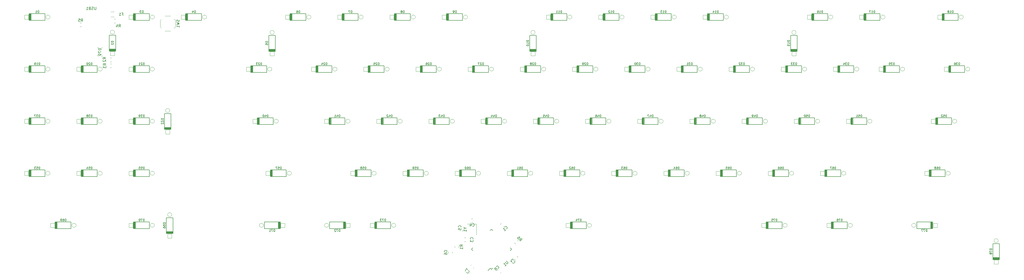
<source format=gbo>
G04 #@! TF.GenerationSoftware,KiCad,Pcbnew,(5.1.4)-1*
G04 #@! TF.CreationDate,2020-07-18T23:48:47-04:00*
G04 #@! TF.ProjectId,southpawpcb,736f7574-6870-4617-9770-63622e6b6963,rev?*
G04 #@! TF.SameCoordinates,Original*
G04 #@! TF.FileFunction,Legend,Bot*
G04 #@! TF.FilePolarity,Positive*
%FSLAX46Y46*%
G04 Gerber Fmt 4.6, Leading zero omitted, Abs format (unit mm)*
G04 Created by KiCad (PCBNEW (5.1.4)-1) date 2020-07-18 23:48:47*
%MOMM*%
%LPD*%
G04 APERTURE LIST*
%ADD10C,0.120000*%
%ADD11C,0.100000*%
%ADD12C,0.150000*%
%ADD13C,0.200000*%
G04 APERTURE END LIST*
D10*
G04 #@! TO.C,C1*
X155005204Y15238612D02*
X155370888Y15604296D01*
X154001112Y16242704D02*
X154366796Y16608388D01*
G04 #@! TO.C,C8*
X153989204Y-1573888D02*
X154354888Y-1208204D01*
X152985112Y-569796D02*
X153350796Y-204112D01*
G04 #@! TO.C,C2*
X159081112Y3569296D02*
X159446796Y3203612D01*
X160085204Y4573388D02*
X160450888Y4207704D01*
D11*
G04 #@! TO.C,D79*
X7474000Y77775000D02*
X7324000Y77775000D01*
X7324000Y77775000D02*
X7074000Y78025000D01*
X7074000Y78025000D02*
X7074000Y78075000D01*
X7074000Y78075000D02*
X6874000Y78075000D01*
X7374000Y80975000D02*
X7074000Y80975000D01*
X7074000Y80975000D02*
X7074000Y80775000D01*
X8674000Y80775000D02*
X8674000Y80975000D01*
X8674000Y80975000D02*
X8474000Y80975000D01*
X8374000Y77775000D02*
X8674000Y77775000D01*
X8674000Y77775000D02*
X8674000Y77975000D01*
D10*
G04 #@! TO.C,C7*
X144083204Y204112D02*
X144448888Y569796D01*
X143079112Y1208204D02*
X143444796Y1573888D01*
G04 #@! TO.C,C6*
X135053000Y6227578D02*
X135053000Y5710422D01*
X136473000Y6227578D02*
X136473000Y5710422D01*
G04 #@! TO.C,C5*
X141603800Y14200878D02*
X141603800Y13683722D01*
X140183800Y14200878D02*
X140183800Y13683722D01*
G04 #@! TO.C,C4*
X143456922Y16943000D02*
X143974078Y16943000D01*
X143456922Y18363000D02*
X143974078Y18363000D01*
G04 #@! TO.C,C3*
X141434078Y9958000D02*
X140916922Y9958000D01*
X141434078Y11378000D02*
X140916922Y11378000D01*
G04 #@! TO.C,Y1*
X145326000Y16394000D02*
X145326000Y12394000D01*
X142026000Y16394000D02*
X145326000Y16394000D01*
D12*
G04 #@! TO.C,U1*
X150405914Y231781D02*
X149504352Y-669780D01*
X158131055Y7143750D02*
X157653758Y6666453D01*
X150812500Y14462305D02*
X150335203Y13985008D01*
X143493945Y7143750D02*
X143971242Y7621047D01*
X150812500Y-174805D02*
X151289797Y302492D01*
X143493945Y7143750D02*
X143971242Y6666453D01*
X150812500Y14462305D02*
X151289797Y13985008D01*
X158131055Y7143750D02*
X157653758Y7621047D01*
X150812500Y-174805D02*
X150405914Y231781D01*
D10*
G04 #@! TO.C,R6*
X159545883Y9122025D02*
X159180199Y9487709D01*
X160549975Y10126117D02*
X160184291Y10491801D01*
G04 #@! TO.C,R5*
X1069078Y88571000D02*
X551922Y88571000D01*
X1069078Y89991000D02*
X551922Y89991000D01*
G04 #@! TO.C,R4*
X13027922Y91388000D02*
X13545078Y91388000D01*
X13027922Y89968000D02*
X13545078Y89968000D01*
G04 #@! TO.C,R3*
X12148078Y73585000D02*
X11630922Y73585000D01*
X12148078Y75005000D02*
X11630922Y75005000D01*
G04 #@! TO.C,R2*
X12118078Y75744000D02*
X11600922Y75744000D01*
X12118078Y77164000D02*
X11600922Y77164000D01*
G04 #@! TO.C,R1*
X137466000Y7742422D02*
X137466000Y8259578D01*
X138886000Y7742422D02*
X138886000Y8259578D01*
G04 #@! TO.C,F1*
X11840936Y94001000D02*
X13045064Y94001000D01*
X11840936Y92181000D02*
X13045064Y92181000D01*
D13*
G04 #@! TO.C,D7*
X102094000Y93299000D02*
X96294000Y93299000D01*
X102094000Y90899000D02*
X102094000Y93299000D01*
X96294000Y90899000D02*
X102094000Y90899000D01*
X96369000Y90899000D02*
X96369000Y93299000D01*
X96494000Y90899000D02*
X96494000Y93299000D01*
X96269000Y93299000D02*
X96269000Y90899000D01*
X96669000Y90899000D02*
X96669000Y93299000D01*
X96844000Y90899000D02*
X96844000Y93299000D01*
X97019000Y90899000D02*
X97019000Y93299000D01*
G04 #@! TO.C,D48*
X225606000Y52799000D02*
X225606000Y55199000D01*
X225431000Y52799000D02*
X225431000Y55199000D01*
X225256000Y52799000D02*
X225256000Y55199000D01*
X224856000Y55199000D02*
X224856000Y52799000D01*
X225081000Y52799000D02*
X225081000Y55199000D01*
X224956000Y52799000D02*
X224956000Y55199000D01*
X224881000Y52799000D02*
X230681000Y52799000D01*
X230681000Y52799000D02*
X230681000Y55199000D01*
X230681000Y55199000D02*
X224881000Y55199000D01*
G04 #@! TO.C,D72*
X91731000Y14699000D02*
X97531000Y14699000D01*
X91731000Y17099000D02*
X91731000Y14699000D01*
X97531000Y17099000D02*
X91731000Y17099000D01*
X97456000Y17099000D02*
X97456000Y14699000D01*
X97331000Y17099000D02*
X97331000Y14699000D01*
X97556000Y14699000D02*
X97556000Y17099000D01*
X97156000Y17099000D02*
X97156000Y14699000D01*
X96981000Y17099000D02*
X96981000Y14699000D01*
X96806000Y17099000D02*
X96806000Y14699000D01*
G04 #@! TO.C,D39*
X25894200Y55199000D02*
X20094200Y55199000D01*
X25894200Y52799000D02*
X25894200Y55199000D01*
X20094200Y52799000D02*
X25894200Y52799000D01*
X20169200Y52799000D02*
X20169200Y55199000D01*
X20294200Y52799000D02*
X20294200Y55199000D01*
X20069200Y55199000D02*
X20069200Y52799000D01*
X20469200Y52799000D02*
X20469200Y55199000D01*
X20644200Y52799000D02*
X20644200Y55199000D01*
X20819200Y52799000D02*
X20819200Y55199000D01*
G04 #@! TO.C,D2*
X13646000Y80402000D02*
X11246000Y80402000D01*
X13646000Y80227000D02*
X11246000Y80227000D01*
X13646000Y80052000D02*
X11246000Y80052000D01*
X11246000Y79652000D02*
X13646000Y79652000D01*
X13646000Y79877000D02*
X11246000Y79877000D01*
X13646000Y79752000D02*
X11246000Y79752000D01*
X13646000Y79677000D02*
X13646000Y85477000D01*
X13646000Y85477000D02*
X11246000Y85477000D01*
X11246000Y85477000D02*
X11246000Y79677000D01*
G04 #@! TO.C,D50*
X263706000Y52799000D02*
X263706000Y55199000D01*
X263531000Y52799000D02*
X263531000Y55199000D01*
X263356000Y52799000D02*
X263356000Y55199000D01*
X262956000Y55199000D02*
X262956000Y52799000D01*
X263181000Y52799000D02*
X263181000Y55199000D01*
X263056000Y52799000D02*
X263056000Y55199000D01*
X262981000Y52799000D02*
X268781000Y52799000D01*
X268781000Y52799000D02*
X268781000Y55199000D01*
X268781000Y55199000D02*
X262981000Y55199000D01*
G04 #@! TO.C,D21*
X25894200Y74249000D02*
X20094200Y74249000D01*
X25894200Y71849000D02*
X25894200Y74249000D01*
X20094200Y71849000D02*
X25894200Y71849000D01*
X20169200Y71849000D02*
X20169200Y74249000D01*
X20294200Y71849000D02*
X20294200Y74249000D01*
X20069200Y74249000D02*
X20069200Y71849000D01*
X20469200Y71849000D02*
X20469200Y74249000D01*
X20644200Y71849000D02*
X20644200Y74249000D01*
X20819200Y71849000D02*
X20819200Y74249000D01*
G04 #@! TO.C,D53*
X-17280800Y33749000D02*
X-17280800Y36149000D01*
X-17455800Y33749000D02*
X-17455800Y36149000D01*
X-17630800Y33749000D02*
X-17630800Y36149000D01*
X-18030800Y36149000D02*
X-18030800Y33749000D01*
X-17805800Y33749000D02*
X-17805800Y36149000D01*
X-17930800Y33749000D02*
X-17930800Y36149000D01*
X-18005800Y33749000D02*
X-12205800Y33749000D01*
X-12205800Y33749000D02*
X-12205800Y36149000D01*
X-12205800Y36149000D02*
X-18005800Y36149000D01*
G04 #@! TO.C,D26*
X125594000Y71849000D02*
X125594000Y74249000D01*
X125419000Y71849000D02*
X125419000Y74249000D01*
X125244000Y71849000D02*
X125244000Y74249000D01*
X124844000Y74249000D02*
X124844000Y71849000D01*
X125069000Y71849000D02*
X125069000Y74249000D01*
X124944000Y71849000D02*
X124944000Y74249000D01*
X124869000Y71849000D02*
X130669000Y71849000D01*
X130669000Y71849000D02*
X130669000Y74249000D01*
X130669000Y74249000D02*
X124869000Y74249000D01*
G04 #@! TO.C,D60*
X144957000Y36149000D02*
X139157000Y36149000D01*
X144957000Y33749000D02*
X144957000Y36149000D01*
X139157000Y33749000D02*
X144957000Y33749000D01*
X139232000Y33749000D02*
X139232000Y36149000D01*
X139357000Y33749000D02*
X139357000Y36149000D01*
X139132000Y36149000D02*
X139132000Y33749000D01*
X139532000Y33749000D02*
X139532000Y36149000D01*
X139707000Y33749000D02*
X139707000Y36149000D01*
X139882000Y33749000D02*
X139882000Y36149000D01*
G04 #@! TO.C,D42*
X111306000Y52799000D02*
X111306000Y55199000D01*
X111131000Y52799000D02*
X111131000Y55199000D01*
X110956000Y52799000D02*
X110956000Y55199000D01*
X110556000Y55199000D02*
X110556000Y52799000D01*
X110781000Y52799000D02*
X110781000Y55199000D01*
X110656000Y52799000D02*
X110656000Y55199000D01*
X110581000Y52799000D02*
X116381000Y52799000D01*
X116381000Y52799000D02*
X116381000Y55199000D01*
X116381000Y55199000D02*
X110581000Y55199000D01*
G04 #@! TO.C,D4*
X39869200Y90899000D02*
X39869200Y93299000D01*
X39694200Y90899000D02*
X39694200Y93299000D01*
X39519200Y90899000D02*
X39519200Y93299000D01*
X39119200Y93299000D02*
X39119200Y90899000D01*
X39344200Y90899000D02*
X39344200Y93299000D01*
X39219200Y90899000D02*
X39219200Y93299000D01*
X39144200Y90899000D02*
X44944200Y90899000D01*
X44944200Y90899000D02*
X44944200Y93299000D01*
X44944200Y93299000D02*
X39144200Y93299000D01*
G04 #@! TO.C,D3*
X25894200Y93299000D02*
X20094200Y93299000D01*
X25894200Y90899000D02*
X25894200Y93299000D01*
X20094200Y90899000D02*
X25894200Y90899000D01*
X20169200Y90899000D02*
X20169200Y93299000D01*
X20294200Y90899000D02*
X20294200Y93299000D01*
X20069200Y93299000D02*
X20069200Y90899000D01*
X20469200Y90899000D02*
X20469200Y93299000D01*
X20644200Y90899000D02*
X20644200Y93299000D01*
X20819200Y90899000D02*
X20819200Y93299000D01*
G04 #@! TO.C,D25*
X111619000Y74249000D02*
X105819000Y74249000D01*
X111619000Y71849000D02*
X111619000Y74249000D01*
X105819000Y71849000D02*
X111619000Y71849000D01*
X105894000Y71849000D02*
X105894000Y74249000D01*
X106019000Y71849000D02*
X106019000Y74249000D01*
X105794000Y74249000D02*
X105794000Y71849000D01*
X106194000Y71849000D02*
X106194000Y74249000D01*
X106369000Y71849000D02*
X106369000Y74249000D01*
X106544000Y71849000D02*
X106544000Y74249000D01*
G04 #@! TO.C,D71*
X72994000Y17099000D02*
X72994000Y14699000D01*
X73169000Y17099000D02*
X73169000Y14699000D01*
X73344000Y17099000D02*
X73344000Y14699000D01*
X73744000Y14699000D02*
X73744000Y17099000D01*
X73519000Y17099000D02*
X73519000Y14699000D01*
X73644000Y17099000D02*
X73644000Y14699000D01*
X73719000Y17099000D02*
X67919000Y17099000D01*
X67919000Y17099000D02*
X67919000Y14699000D01*
X67919000Y14699000D02*
X73719000Y14699000D01*
G04 #@! TO.C,D78*
X336238000Y4099000D02*
X333838000Y4099000D01*
X336238000Y3924000D02*
X333838000Y3924000D01*
X336238000Y3749000D02*
X333838000Y3749000D01*
X333838000Y3349000D02*
X336238000Y3349000D01*
X336238000Y3574000D02*
X333838000Y3574000D01*
X336238000Y3449000D02*
X333838000Y3449000D01*
X336238000Y3374000D02*
X336238000Y9174000D01*
X336238000Y9174000D02*
X333838000Y9174000D01*
X333838000Y9174000D02*
X333838000Y3374000D01*
G04 #@! TO.C,D77*
X311119000Y17099000D02*
X311119000Y14699000D01*
X311294000Y17099000D02*
X311294000Y14699000D01*
X311469000Y17099000D02*
X311469000Y14699000D01*
X311869000Y14699000D02*
X311869000Y17099000D01*
X311644000Y17099000D02*
X311644000Y14699000D01*
X311769000Y17099000D02*
X311769000Y14699000D01*
X311844000Y17099000D02*
X306044000Y17099000D01*
X306044000Y17099000D02*
X306044000Y14699000D01*
X306044000Y14699000D02*
X311844000Y14699000D01*
G04 #@! TO.C,D45*
X173531000Y55199000D02*
X167731000Y55199000D01*
X173531000Y52799000D02*
X173531000Y55199000D01*
X167731000Y52799000D02*
X173531000Y52799000D01*
X167806000Y52799000D02*
X167806000Y55199000D01*
X167931000Y52799000D02*
X167931000Y55199000D01*
X167706000Y55199000D02*
X167706000Y52799000D01*
X168106000Y52799000D02*
X168106000Y55199000D01*
X168281000Y52799000D02*
X168281000Y55199000D01*
X168456000Y52799000D02*
X168456000Y55199000D01*
G04 #@! TO.C,D16*
X268469000Y90899000D02*
X268469000Y93299000D01*
X268294000Y90899000D02*
X268294000Y93299000D01*
X268119000Y90899000D02*
X268119000Y93299000D01*
X267719000Y93299000D02*
X267719000Y90899000D01*
X267944000Y90899000D02*
X267944000Y93299000D01*
X267819000Y90899000D02*
X267819000Y93299000D01*
X267744000Y90899000D02*
X273544000Y90899000D01*
X273544000Y90899000D02*
X273544000Y93299000D01*
X273544000Y93299000D02*
X267744000Y93299000D01*
G04 #@! TO.C,D22*
X33819200Y51724000D02*
X31419200Y51724000D01*
X33819200Y51549000D02*
X31419200Y51549000D01*
X33819200Y51374000D02*
X31419200Y51374000D01*
X31419200Y50974000D02*
X33819200Y50974000D01*
X33819200Y51199000D02*
X31419200Y51199000D01*
X33819200Y51074000D02*
X31419200Y51074000D01*
X33819200Y50999000D02*
X33819200Y56799000D01*
X33819200Y56799000D02*
X31419200Y56799000D01*
X31419200Y56799000D02*
X31419200Y50999000D01*
G04 #@! TO.C,D10*
X167169000Y80299000D02*
X164769000Y80299000D01*
X167169000Y80124000D02*
X164769000Y80124000D01*
X167169000Y79949000D02*
X164769000Y79949000D01*
X164769000Y79549000D02*
X167169000Y79549000D01*
X167169000Y79774000D02*
X164769000Y79774000D01*
X167169000Y79649000D02*
X164769000Y79649000D01*
X167169000Y79574000D02*
X167169000Y85374000D01*
X167169000Y85374000D02*
X164769000Y85374000D01*
X164769000Y85374000D02*
X164769000Y79574000D01*
G04 #@! TO.C,D54*
X6844200Y36149000D02*
X1044200Y36149000D01*
X6844200Y33749000D02*
X6844200Y36149000D01*
X1044200Y33749000D02*
X6844200Y33749000D01*
X1119200Y33749000D02*
X1119200Y36149000D01*
X1244200Y33749000D02*
X1244200Y36149000D01*
X1019200Y36149000D02*
X1019200Y33749000D01*
X1419200Y33749000D02*
X1419200Y36149000D01*
X1594200Y33749000D02*
X1594200Y36149000D01*
X1769200Y33749000D02*
X1769200Y36149000D01*
G04 #@! TO.C,D19*
X-12205800Y74249000D02*
X-18005800Y74249000D01*
X-12205800Y71849000D02*
X-12205800Y74249000D01*
X-18005800Y71849000D02*
X-12205800Y71849000D01*
X-17930800Y71849000D02*
X-17930800Y74249000D01*
X-17805800Y71849000D02*
X-17805800Y74249000D01*
X-18030800Y74249000D02*
X-18030800Y71849000D01*
X-17630800Y71849000D02*
X-17630800Y74249000D01*
X-17455800Y71849000D02*
X-17455800Y74249000D01*
X-17280800Y71849000D02*
X-17280800Y74249000D01*
G04 #@! TO.C,D57*
X75900000Y36149000D02*
X70100000Y36149000D01*
X75900000Y33749000D02*
X75900000Y36149000D01*
X70100000Y33749000D02*
X75900000Y33749000D01*
X70175000Y33749000D02*
X70175000Y36149000D01*
X70300000Y33749000D02*
X70300000Y36149000D01*
X70075000Y36149000D02*
X70075000Y33749000D01*
X70475000Y33749000D02*
X70475000Y36149000D01*
X70650000Y33749000D02*
X70650000Y36149000D01*
X70825000Y33749000D02*
X70825000Y36149000D01*
G04 #@! TO.C,D47*
X211631000Y55199000D02*
X205831000Y55199000D01*
X211631000Y52799000D02*
X211631000Y55199000D01*
X205831000Y52799000D02*
X211631000Y52799000D01*
X205906000Y52799000D02*
X205906000Y55199000D01*
X206031000Y52799000D02*
X206031000Y55199000D01*
X205806000Y55199000D02*
X205806000Y52799000D01*
X206206000Y52799000D02*
X206206000Y55199000D01*
X206381000Y52799000D02*
X206381000Y55199000D01*
X206556000Y52799000D02*
X206556000Y55199000D01*
G04 #@! TO.C,D15*
X260019000Y85374000D02*
X260019000Y79574000D01*
X262419000Y85374000D02*
X260019000Y85374000D01*
X262419000Y79574000D02*
X262419000Y85374000D01*
X262419000Y79649000D02*
X260019000Y79649000D01*
X262419000Y79774000D02*
X260019000Y79774000D01*
X260019000Y79549000D02*
X262419000Y79549000D01*
X262419000Y79949000D02*
X260019000Y79949000D01*
X262419000Y80124000D02*
X260019000Y80124000D01*
X262419000Y80299000D02*
X260019000Y80299000D01*
G04 #@! TO.C,D67*
X273232000Y33749000D02*
X273232000Y36149000D01*
X273057000Y33749000D02*
X273057000Y36149000D01*
X272882000Y33749000D02*
X272882000Y36149000D01*
X272482000Y36149000D02*
X272482000Y33749000D01*
X272707000Y33749000D02*
X272707000Y36149000D01*
X272582000Y33749000D02*
X272582000Y36149000D01*
X272507000Y33749000D02*
X278307000Y33749000D01*
X278307000Y33749000D02*
X278307000Y36149000D01*
X278307000Y36149000D02*
X272507000Y36149000D01*
G04 #@! TO.C,D36*
X318475000Y71849000D02*
X318475000Y74249000D01*
X318300000Y71849000D02*
X318300000Y74249000D01*
X318125000Y71849000D02*
X318125000Y74249000D01*
X317725000Y74249000D02*
X317725000Y71849000D01*
X317950000Y71849000D02*
X317950000Y74249000D01*
X317825000Y71849000D02*
X317825000Y74249000D01*
X317750000Y71849000D02*
X323550000Y71849000D01*
X323550000Y71849000D02*
X323550000Y74249000D01*
X323550000Y74249000D02*
X317750000Y74249000D01*
G04 #@! TO.C,D62*
X183057000Y36149000D02*
X177257000Y36149000D01*
X183057000Y33749000D02*
X183057000Y36149000D01*
X177257000Y33749000D02*
X183057000Y33749000D01*
X177332000Y33749000D02*
X177332000Y36149000D01*
X177457000Y33749000D02*
X177457000Y36149000D01*
X177232000Y36149000D02*
X177232000Y33749000D01*
X177632000Y33749000D02*
X177632000Y36149000D01*
X177807000Y33749000D02*
X177807000Y36149000D01*
X177982000Y33749000D02*
X177982000Y36149000D01*
G04 #@! TO.C,D61*
X164007000Y36149000D02*
X158207000Y36149000D01*
X164007000Y33749000D02*
X164007000Y36149000D01*
X158207000Y33749000D02*
X164007000Y33749000D01*
X158282000Y33749000D02*
X158282000Y36149000D01*
X158407000Y33749000D02*
X158407000Y36149000D01*
X158182000Y36149000D02*
X158182000Y33749000D01*
X158582000Y33749000D02*
X158582000Y36149000D01*
X158757000Y33749000D02*
X158757000Y36149000D01*
X158932000Y33749000D02*
X158932000Y36149000D01*
G04 #@! TO.C,D52*
X313713000Y52799000D02*
X313713000Y55199000D01*
X313538000Y52799000D02*
X313538000Y55199000D01*
X313363000Y52799000D02*
X313363000Y55199000D01*
X312963000Y55199000D02*
X312963000Y52799000D01*
X313188000Y52799000D02*
X313188000Y55199000D01*
X313063000Y52799000D02*
X313063000Y55199000D01*
X312988000Y52799000D02*
X318788000Y52799000D01*
X318788000Y52799000D02*
X318788000Y55199000D01*
X318788000Y55199000D02*
X312988000Y55199000D01*
G04 #@! TO.C,D37*
X-12205800Y55199000D02*
X-18005800Y55199000D01*
X-12205800Y52799000D02*
X-12205800Y55199000D01*
X-18005800Y52799000D02*
X-12205800Y52799000D01*
X-17930800Y52799000D02*
X-17930800Y55199000D01*
X-17805800Y52799000D02*
X-17805800Y55199000D01*
X-18030800Y55199000D02*
X-18030800Y52799000D01*
X-17630800Y52799000D02*
X-17630800Y55199000D01*
X-17455800Y52799000D02*
X-17455800Y55199000D01*
X-17280800Y52799000D02*
X-17280800Y55199000D01*
G04 #@! TO.C,D65*
X240207000Y36149000D02*
X234407000Y36149000D01*
X240207000Y33749000D02*
X240207000Y36149000D01*
X234407000Y33749000D02*
X240207000Y33749000D01*
X234482000Y33749000D02*
X234482000Y36149000D01*
X234607000Y33749000D02*
X234607000Y36149000D01*
X234382000Y36149000D02*
X234382000Y33749000D01*
X234782000Y33749000D02*
X234782000Y36149000D01*
X234957000Y33749000D02*
X234957000Y36149000D01*
X235132000Y33749000D02*
X235132000Y36149000D01*
G04 #@! TO.C,D14*
X235444000Y93299000D02*
X229644000Y93299000D01*
X235444000Y90899000D02*
X235444000Y93299000D01*
X229644000Y90899000D02*
X235444000Y90899000D01*
X229719000Y90899000D02*
X229719000Y93299000D01*
X229844000Y90899000D02*
X229844000Y93299000D01*
X229619000Y93299000D02*
X229619000Y90899000D01*
X230019000Y90899000D02*
X230019000Y93299000D01*
X230194000Y90899000D02*
X230194000Y93299000D01*
X230369000Y90899000D02*
X230369000Y93299000D01*
G04 #@! TO.C,D68*
X316407000Y36149000D02*
X310607000Y36149000D01*
X316407000Y33749000D02*
X316407000Y36149000D01*
X310607000Y33749000D02*
X316407000Y33749000D01*
X310682000Y33749000D02*
X310682000Y36149000D01*
X310807000Y33749000D02*
X310807000Y36149000D01*
X310582000Y36149000D02*
X310582000Y33749000D01*
X310982000Y33749000D02*
X310982000Y36149000D01*
X311157000Y33749000D02*
X311157000Y36149000D01*
X311332000Y33749000D02*
X311332000Y36149000D01*
G04 #@! TO.C,D18*
X316094000Y90899000D02*
X316094000Y93299000D01*
X315919000Y90899000D02*
X315919000Y93299000D01*
X315744000Y90899000D02*
X315744000Y93299000D01*
X315344000Y93299000D02*
X315344000Y90899000D01*
X315569000Y90899000D02*
X315569000Y93299000D01*
X315444000Y90899000D02*
X315444000Y93299000D01*
X315369000Y90899000D02*
X321169000Y90899000D01*
X321169000Y90899000D02*
X321169000Y93299000D01*
X321169000Y93299000D02*
X315369000Y93299000D01*
G04 #@! TO.C,D38*
X1769200Y52799000D02*
X1769200Y55199000D01*
X1594200Y52799000D02*
X1594200Y55199000D01*
X1419200Y52799000D02*
X1419200Y55199000D01*
X1019200Y55199000D02*
X1019200Y52799000D01*
X1244200Y52799000D02*
X1244200Y55199000D01*
X1119200Y52799000D02*
X1119200Y55199000D01*
X1044200Y52799000D02*
X6844200Y52799000D01*
X6844200Y52799000D02*
X6844200Y55199000D01*
X6844200Y55199000D02*
X1044200Y55199000D01*
G04 #@! TO.C,D12*
X192269000Y90899000D02*
X192269000Y93299000D01*
X192094000Y90899000D02*
X192094000Y93299000D01*
X191919000Y90899000D02*
X191919000Y93299000D01*
X191519000Y93299000D02*
X191519000Y90899000D01*
X191744000Y90899000D02*
X191744000Y93299000D01*
X191619000Y90899000D02*
X191619000Y93299000D01*
X191544000Y90899000D02*
X197344000Y90899000D01*
X197344000Y90899000D02*
X197344000Y93299000D01*
X197344000Y93299000D02*
X191544000Y93299000D01*
G04 #@! TO.C,D58*
X101782000Y33749000D02*
X101782000Y36149000D01*
X101607000Y33749000D02*
X101607000Y36149000D01*
X101432000Y33749000D02*
X101432000Y36149000D01*
X101032000Y36149000D02*
X101032000Y33749000D01*
X101257000Y33749000D02*
X101257000Y36149000D01*
X101132000Y33749000D02*
X101132000Y36149000D01*
X101057000Y33749000D02*
X106857000Y33749000D01*
X106857000Y33749000D02*
X106857000Y36149000D01*
X106857000Y36149000D02*
X101057000Y36149000D01*
G04 #@! TO.C,D34*
X277994000Y71849000D02*
X277994000Y74249000D01*
X277819000Y71849000D02*
X277819000Y74249000D01*
X277644000Y71849000D02*
X277644000Y74249000D01*
X277244000Y74249000D02*
X277244000Y71849000D01*
X277469000Y71849000D02*
X277469000Y74249000D01*
X277344000Y71849000D02*
X277344000Y74249000D01*
X277269000Y71849000D02*
X283069000Y71849000D01*
X283069000Y71849000D02*
X283069000Y74249000D01*
X283069000Y74249000D02*
X277269000Y74249000D01*
G04 #@! TO.C,D20*
X1769200Y71849000D02*
X1769200Y74249000D01*
X1594200Y71849000D02*
X1594200Y74249000D01*
X1419200Y71849000D02*
X1419200Y74249000D01*
X1019200Y74249000D02*
X1019200Y71849000D01*
X1244200Y71849000D02*
X1244200Y74249000D01*
X1119200Y71849000D02*
X1119200Y74249000D01*
X1044200Y71849000D02*
X6844200Y71849000D01*
X6844200Y71849000D02*
X6844200Y74249000D01*
X6844200Y74249000D02*
X1044200Y74249000D01*
G04 #@! TO.C,D69*
X-2680800Y17099000D02*
X-8480800Y17099000D01*
X-2680800Y14699000D02*
X-2680800Y17099000D01*
X-8480800Y14699000D02*
X-2680800Y14699000D01*
X-8405800Y14699000D02*
X-8405800Y17099000D01*
X-8280800Y14699000D02*
X-8280800Y17099000D01*
X-8505800Y17099000D02*
X-8505800Y14699000D01*
X-8105800Y14699000D02*
X-8105800Y17099000D01*
X-7930800Y14699000D02*
X-7930800Y17099000D01*
X-7755800Y14699000D02*
X-7755800Y17099000D01*
D10*
G04 #@! TO.C,SW1*
X35369200Y88467800D02*
X35369200Y90967800D01*
X33619200Y86967800D02*
X31619200Y86967800D01*
X29869200Y88467800D02*
X29869200Y90967800D01*
X33619200Y92467800D02*
X31619200Y92467800D01*
X34919200Y88017800D02*
X35369200Y88467800D01*
X34919200Y91417800D02*
X35369200Y90967800D01*
X30319200Y91417800D02*
X29869200Y90967800D01*
X30319200Y88017800D02*
X29869200Y88467800D01*
D13*
G04 #@! TO.C,D40*
X66063000Y52799000D02*
X66063000Y55199000D01*
X65888000Y52799000D02*
X65888000Y55199000D01*
X65713000Y52799000D02*
X65713000Y55199000D01*
X65313000Y55199000D02*
X65313000Y52799000D01*
X65538000Y52799000D02*
X65538000Y55199000D01*
X65413000Y52799000D02*
X65413000Y55199000D01*
X65338000Y52799000D02*
X71138000Y52799000D01*
X71138000Y52799000D02*
X71138000Y55199000D01*
X71138000Y55199000D02*
X65338000Y55199000D01*
G04 #@! TO.C,D56*
X34537500Y13624000D02*
X32137500Y13624000D01*
X34537500Y13449000D02*
X32137500Y13449000D01*
X34537500Y13274000D02*
X32137500Y13274000D01*
X32137500Y12874000D02*
X34537500Y12874000D01*
X34537500Y13099000D02*
X32137500Y13099000D01*
X34537500Y12974000D02*
X32137500Y12974000D01*
X34537500Y12899000D02*
X34537500Y18699000D01*
X34537500Y18699000D02*
X32137500Y18699000D01*
X32137500Y18699000D02*
X32137500Y12899000D01*
G04 #@! TO.C,D23*
X68757000Y74249000D02*
X62957000Y74249000D01*
X68757000Y71849000D02*
X68757000Y74249000D01*
X62957000Y71849000D02*
X68757000Y71849000D01*
X63032000Y71849000D02*
X63032000Y74249000D01*
X63157000Y71849000D02*
X63157000Y74249000D01*
X62932000Y74249000D02*
X62932000Y71849000D01*
X63332000Y71849000D02*
X63332000Y74249000D01*
X63507000Y71849000D02*
X63507000Y74249000D01*
X63682000Y71849000D02*
X63682000Y74249000D01*
G04 #@! TO.C,D17*
X292594000Y93299000D02*
X286794000Y93299000D01*
X292594000Y90899000D02*
X292594000Y93299000D01*
X286794000Y90899000D02*
X292594000Y90899000D01*
X286869000Y90899000D02*
X286869000Y93299000D01*
X286994000Y90899000D02*
X286994000Y93299000D01*
X286769000Y93299000D02*
X286769000Y90899000D01*
X287169000Y90899000D02*
X287169000Y93299000D01*
X287344000Y90899000D02*
X287344000Y93299000D01*
X287519000Y90899000D02*
X287519000Y93299000D01*
G04 #@! TO.C,D32*
X239894000Y71849000D02*
X239894000Y74249000D01*
X239719000Y71849000D02*
X239719000Y74249000D01*
X239544000Y71849000D02*
X239544000Y74249000D01*
X239144000Y74249000D02*
X239144000Y71849000D01*
X239369000Y71849000D02*
X239369000Y74249000D01*
X239244000Y71849000D02*
X239244000Y74249000D01*
X239169000Y71849000D02*
X244969000Y71849000D01*
X244969000Y71849000D02*
X244969000Y74249000D01*
X244969000Y74249000D02*
X239169000Y74249000D01*
G04 #@! TO.C,D31*
X225919000Y74249000D02*
X220119000Y74249000D01*
X225919000Y71849000D02*
X225919000Y74249000D01*
X220119000Y71849000D02*
X225919000Y71849000D01*
X220194000Y71849000D02*
X220194000Y74249000D01*
X220319000Y71849000D02*
X220319000Y74249000D01*
X220094000Y74249000D02*
X220094000Y71849000D01*
X220494000Y71849000D02*
X220494000Y74249000D01*
X220669000Y71849000D02*
X220669000Y74249000D01*
X220844000Y71849000D02*
X220844000Y74249000D01*
G04 #@! TO.C,D9*
X140194000Y93299000D02*
X134394000Y93299000D01*
X140194000Y90899000D02*
X140194000Y93299000D01*
X134394000Y90899000D02*
X140194000Y90899000D01*
X134469000Y90899000D02*
X134469000Y93299000D01*
X134594000Y90899000D02*
X134594000Y93299000D01*
X134369000Y93299000D02*
X134369000Y90899000D01*
X134769000Y90899000D02*
X134769000Y93299000D01*
X134944000Y90899000D02*
X134944000Y93299000D01*
X135119000Y90899000D02*
X135119000Y93299000D01*
G04 #@! TO.C,D64*
X216082000Y33749000D02*
X216082000Y36149000D01*
X215907000Y33749000D02*
X215907000Y36149000D01*
X215732000Y33749000D02*
X215732000Y36149000D01*
X215332000Y36149000D02*
X215332000Y33749000D01*
X215557000Y33749000D02*
X215557000Y36149000D01*
X215432000Y33749000D02*
X215432000Y36149000D01*
X215357000Y33749000D02*
X221157000Y33749000D01*
X221157000Y33749000D02*
X221157000Y36149000D01*
X221157000Y36149000D02*
X215357000Y36149000D01*
G04 #@! TO.C,D74*
X180363000Y14699000D02*
X180363000Y17099000D01*
X180188000Y14699000D02*
X180188000Y17099000D01*
X180013000Y14699000D02*
X180013000Y17099000D01*
X179613000Y17099000D02*
X179613000Y14699000D01*
X179838000Y14699000D02*
X179838000Y17099000D01*
X179713000Y14699000D02*
X179713000Y17099000D01*
X179638000Y14699000D02*
X185438000Y14699000D01*
X185438000Y14699000D02*
X185438000Y17099000D01*
X185438000Y17099000D02*
X179638000Y17099000D01*
G04 #@! TO.C,D76*
X275613000Y14699000D02*
X275613000Y17099000D01*
X275438000Y14699000D02*
X275438000Y17099000D01*
X275263000Y14699000D02*
X275263000Y17099000D01*
X274863000Y17099000D02*
X274863000Y14699000D01*
X275088000Y14699000D02*
X275088000Y17099000D01*
X274963000Y14699000D02*
X274963000Y17099000D01*
X274888000Y14699000D02*
X280688000Y14699000D01*
X280688000Y14699000D02*
X280688000Y17099000D01*
X280688000Y17099000D02*
X274888000Y17099000D01*
G04 #@! TO.C,D49*
X249731000Y55199000D02*
X243931000Y55199000D01*
X249731000Y52799000D02*
X249731000Y55199000D01*
X243931000Y52799000D02*
X249731000Y52799000D01*
X244006000Y52799000D02*
X244006000Y55199000D01*
X244131000Y52799000D02*
X244131000Y55199000D01*
X243906000Y55199000D02*
X243906000Y52799000D01*
X244306000Y52799000D02*
X244306000Y55199000D01*
X244481000Y52799000D02*
X244481000Y55199000D01*
X244656000Y52799000D02*
X244656000Y55199000D01*
G04 #@! TO.C,D70*
X25894200Y17099000D02*
X20094200Y17099000D01*
X25894200Y14699000D02*
X25894200Y17099000D01*
X20094200Y14699000D02*
X25894200Y14699000D01*
X20169200Y14699000D02*
X20169200Y17099000D01*
X20294200Y14699000D02*
X20294200Y17099000D01*
X20069200Y17099000D02*
X20069200Y14699000D01*
X20469200Y14699000D02*
X20469200Y17099000D01*
X20644200Y14699000D02*
X20644200Y17099000D01*
X20819200Y14699000D02*
X20819200Y17099000D01*
G04 #@! TO.C,D75*
X251800000Y14699000D02*
X251800000Y17099000D01*
X251625000Y14699000D02*
X251625000Y17099000D01*
X251450000Y14699000D02*
X251450000Y17099000D01*
X251050000Y17099000D02*
X251050000Y14699000D01*
X251275000Y14699000D02*
X251275000Y17099000D01*
X251150000Y14699000D02*
X251150000Y17099000D01*
X251075000Y14699000D02*
X256875000Y14699000D01*
X256875000Y14699000D02*
X256875000Y17099000D01*
X256875000Y17099000D02*
X251075000Y17099000D01*
G04 #@! TO.C,D8*
X116069000Y90899000D02*
X116069000Y93299000D01*
X115894000Y90899000D02*
X115894000Y93299000D01*
X115719000Y90899000D02*
X115719000Y93299000D01*
X115319000Y93299000D02*
X115319000Y90899000D01*
X115544000Y90899000D02*
X115544000Y93299000D01*
X115419000Y90899000D02*
X115419000Y93299000D01*
X115344000Y90899000D02*
X121144000Y90899000D01*
X121144000Y90899000D02*
X121144000Y93299000D01*
X121144000Y93299000D02*
X115344000Y93299000D01*
G04 #@! TO.C,D28*
X168769000Y74249000D02*
X162969000Y74249000D01*
X168769000Y71849000D02*
X168769000Y74249000D01*
X162969000Y71849000D02*
X168769000Y71849000D01*
X163044000Y71849000D02*
X163044000Y74249000D01*
X163169000Y71849000D02*
X163169000Y74249000D01*
X162944000Y74249000D02*
X162944000Y71849000D01*
X163344000Y71849000D02*
X163344000Y74249000D01*
X163519000Y71849000D02*
X163519000Y74249000D01*
X163694000Y71849000D02*
X163694000Y74249000D01*
G04 #@! TO.C,D13*
X216394000Y93299000D02*
X210594000Y93299000D01*
X216394000Y90899000D02*
X216394000Y93299000D01*
X210594000Y90899000D02*
X216394000Y90899000D01*
X210669000Y90899000D02*
X210669000Y93299000D01*
X210794000Y90899000D02*
X210794000Y93299000D01*
X210569000Y93299000D02*
X210569000Y90899000D01*
X210969000Y90899000D02*
X210969000Y93299000D01*
X211144000Y90899000D02*
X211144000Y93299000D01*
X211319000Y90899000D02*
X211319000Y93299000D01*
G04 #@! TO.C,D66*
X259257000Y36149000D02*
X253457000Y36149000D01*
X259257000Y33749000D02*
X259257000Y36149000D01*
X253457000Y33749000D02*
X259257000Y33749000D01*
X253532000Y33749000D02*
X253532000Y36149000D01*
X253657000Y33749000D02*
X253657000Y36149000D01*
X253432000Y36149000D02*
X253432000Y33749000D01*
X253832000Y33749000D02*
X253832000Y36149000D01*
X254007000Y33749000D02*
X254007000Y36149000D01*
X254182000Y33749000D02*
X254182000Y36149000D01*
G04 #@! TO.C,D6*
X77969000Y90899000D02*
X77969000Y93299000D01*
X77794000Y90899000D02*
X77794000Y93299000D01*
X77619000Y90899000D02*
X77619000Y93299000D01*
X77219000Y93299000D02*
X77219000Y90899000D01*
X77444000Y90899000D02*
X77444000Y93299000D01*
X77319000Y90899000D02*
X77319000Y93299000D01*
X77244000Y90899000D02*
X83044000Y90899000D01*
X83044000Y90899000D02*
X83044000Y93299000D01*
X83044000Y93299000D02*
X77244000Y93299000D01*
G04 #@! TO.C,D44*
X149406000Y52799000D02*
X149406000Y55199000D01*
X149231000Y52799000D02*
X149231000Y55199000D01*
X149056000Y52799000D02*
X149056000Y55199000D01*
X148656000Y55199000D02*
X148656000Y52799000D01*
X148881000Y52799000D02*
X148881000Y55199000D01*
X148756000Y52799000D02*
X148756000Y55199000D01*
X148681000Y52799000D02*
X154481000Y52799000D01*
X154481000Y52799000D02*
X154481000Y55199000D01*
X154481000Y55199000D02*
X148681000Y55199000D01*
G04 #@! TO.C,D46*
X187506000Y52799000D02*
X187506000Y55199000D01*
X187331000Y52799000D02*
X187331000Y55199000D01*
X187156000Y52799000D02*
X187156000Y55199000D01*
X186756000Y55199000D02*
X186756000Y52799000D01*
X186981000Y52799000D02*
X186981000Y55199000D01*
X186856000Y52799000D02*
X186856000Y55199000D01*
X186781000Y52799000D02*
X192581000Y52799000D01*
X192581000Y52799000D02*
X192581000Y55199000D01*
X192581000Y55199000D02*
X186781000Y55199000D01*
G04 #@! TO.C,D51*
X287831000Y55199000D02*
X282031000Y55199000D01*
X287831000Y52799000D02*
X287831000Y55199000D01*
X282031000Y52799000D02*
X287831000Y52799000D01*
X282106000Y52799000D02*
X282106000Y55199000D01*
X282231000Y52799000D02*
X282231000Y55199000D01*
X282006000Y55199000D02*
X282006000Y52799000D01*
X282406000Y52799000D02*
X282406000Y55199000D01*
X282581000Y52799000D02*
X282581000Y55199000D01*
X282756000Y52799000D02*
X282756000Y55199000D01*
G04 #@! TO.C,D11*
X178294000Y93299000D02*
X172494000Y93299000D01*
X178294000Y90899000D02*
X178294000Y93299000D01*
X172494000Y90899000D02*
X178294000Y90899000D01*
X172569000Y90899000D02*
X172569000Y93299000D01*
X172694000Y90899000D02*
X172694000Y93299000D01*
X172469000Y93299000D02*
X172469000Y90899000D01*
X172869000Y90899000D02*
X172869000Y93299000D01*
X173044000Y90899000D02*
X173044000Y93299000D01*
X173219000Y90899000D02*
X173219000Y93299000D01*
G04 #@! TO.C,D63*
X197032000Y33749000D02*
X197032000Y36149000D01*
X196857000Y33749000D02*
X196857000Y36149000D01*
X196682000Y33749000D02*
X196682000Y36149000D01*
X196282000Y36149000D02*
X196282000Y33749000D01*
X196507000Y33749000D02*
X196507000Y36149000D01*
X196382000Y33749000D02*
X196382000Y36149000D01*
X196307000Y33749000D02*
X202107000Y33749000D01*
X202107000Y33749000D02*
X202107000Y36149000D01*
X202107000Y36149000D02*
X196307000Y36149000D01*
G04 #@! TO.C,D29*
X187819000Y74249000D02*
X182019000Y74249000D01*
X187819000Y71849000D02*
X187819000Y74249000D01*
X182019000Y71849000D02*
X187819000Y71849000D01*
X182094000Y71849000D02*
X182094000Y74249000D01*
X182219000Y71849000D02*
X182219000Y74249000D01*
X181994000Y74249000D02*
X181994000Y71849000D01*
X182394000Y71849000D02*
X182394000Y74249000D01*
X182569000Y71849000D02*
X182569000Y74249000D01*
X182744000Y71849000D02*
X182744000Y74249000D01*
G04 #@! TO.C,D55*
X25894200Y36149000D02*
X20094200Y36149000D01*
X25894200Y33749000D02*
X25894200Y36149000D01*
X20094200Y33749000D02*
X25894200Y33749000D01*
X20169200Y33749000D02*
X20169200Y36149000D01*
X20294200Y33749000D02*
X20294200Y36149000D01*
X20069200Y36149000D02*
X20069200Y33749000D01*
X20469200Y33749000D02*
X20469200Y36149000D01*
X20644200Y33749000D02*
X20644200Y36149000D01*
X20819200Y33749000D02*
X20819200Y36149000D01*
G04 #@! TO.C,D5*
X69519000Y85374000D02*
X69519000Y79574000D01*
X71919000Y85374000D02*
X69519000Y85374000D01*
X71919000Y79574000D02*
X71919000Y85374000D01*
X71919000Y79649000D02*
X69519000Y79649000D01*
X71919000Y79774000D02*
X69519000Y79774000D01*
X69519000Y79549000D02*
X71919000Y79549000D01*
X71919000Y79949000D02*
X69519000Y79949000D01*
X71919000Y80124000D02*
X69519000Y80124000D01*
X71919000Y80299000D02*
X69519000Y80299000D01*
G04 #@! TO.C,D43*
X135431000Y55199000D02*
X129631000Y55199000D01*
X135431000Y52799000D02*
X135431000Y55199000D01*
X129631000Y52799000D02*
X135431000Y52799000D01*
X129706000Y52799000D02*
X129706000Y55199000D01*
X129831000Y52799000D02*
X129831000Y55199000D01*
X129606000Y55199000D02*
X129606000Y52799000D01*
X130006000Y52799000D02*
X130006000Y55199000D01*
X130181000Y52799000D02*
X130181000Y55199000D01*
X130356000Y52799000D02*
X130356000Y55199000D01*
G04 #@! TO.C,D73*
X108925000Y14699000D02*
X108925000Y17099000D01*
X108750000Y14699000D02*
X108750000Y17099000D01*
X108575000Y14699000D02*
X108575000Y17099000D01*
X108175000Y17099000D02*
X108175000Y14699000D01*
X108400000Y14699000D02*
X108400000Y17099000D01*
X108275000Y14699000D02*
X108275000Y17099000D01*
X108200000Y14699000D02*
X114000000Y14699000D01*
X114000000Y14699000D02*
X114000000Y17099000D01*
X114000000Y17099000D02*
X108200000Y17099000D01*
G04 #@! TO.C,D33*
X264019000Y74249000D02*
X258219000Y74249000D01*
X264019000Y71849000D02*
X264019000Y74249000D01*
X258219000Y71849000D02*
X264019000Y71849000D01*
X258294000Y71849000D02*
X258294000Y74249000D01*
X258419000Y71849000D02*
X258419000Y74249000D01*
X258194000Y74249000D02*
X258194000Y71849000D01*
X258594000Y71849000D02*
X258594000Y74249000D01*
X258769000Y71849000D02*
X258769000Y74249000D01*
X258944000Y71849000D02*
X258944000Y74249000D01*
G04 #@! TO.C,D30*
X201794000Y71849000D02*
X201794000Y74249000D01*
X201619000Y71849000D02*
X201619000Y74249000D01*
X201444000Y71849000D02*
X201444000Y74249000D01*
X201044000Y74249000D02*
X201044000Y71849000D01*
X201269000Y71849000D02*
X201269000Y74249000D01*
X201144000Y71849000D02*
X201144000Y74249000D01*
X201069000Y71849000D02*
X206869000Y71849000D01*
X206869000Y71849000D02*
X206869000Y74249000D01*
X206869000Y74249000D02*
X201069000Y74249000D01*
G04 #@! TO.C,D35*
X299738000Y74249000D02*
X293938000Y74249000D01*
X299738000Y71849000D02*
X299738000Y74249000D01*
X293938000Y71849000D02*
X299738000Y71849000D01*
X294013000Y71849000D02*
X294013000Y74249000D01*
X294138000Y71849000D02*
X294138000Y74249000D01*
X293913000Y74249000D02*
X293913000Y71849000D01*
X294313000Y71849000D02*
X294313000Y74249000D01*
X294488000Y71849000D02*
X294488000Y74249000D01*
X294663000Y71849000D02*
X294663000Y74249000D01*
G04 #@! TO.C,D24*
X87494000Y71849000D02*
X87494000Y74249000D01*
X87319000Y71849000D02*
X87319000Y74249000D01*
X87144000Y71849000D02*
X87144000Y74249000D01*
X86744000Y74249000D02*
X86744000Y71849000D01*
X86969000Y71849000D02*
X86969000Y74249000D01*
X86844000Y71849000D02*
X86844000Y74249000D01*
X86769000Y71849000D02*
X92569000Y71849000D01*
X92569000Y71849000D02*
X92569000Y74249000D01*
X92569000Y74249000D02*
X86769000Y74249000D01*
G04 #@! TO.C,D59*
X120832000Y33749000D02*
X120832000Y36149000D01*
X120657000Y33749000D02*
X120657000Y36149000D01*
X120482000Y33749000D02*
X120482000Y36149000D01*
X120082000Y36149000D02*
X120082000Y33749000D01*
X120307000Y33749000D02*
X120307000Y36149000D01*
X120182000Y33749000D02*
X120182000Y36149000D01*
X120107000Y33749000D02*
X125907000Y33749000D01*
X125907000Y33749000D02*
X125907000Y36149000D01*
X125907000Y36149000D02*
X120107000Y36149000D01*
G04 #@! TO.C,D41*
X97331000Y55199000D02*
X91531000Y55199000D01*
X97331000Y52799000D02*
X97331000Y55199000D01*
X91531000Y52799000D02*
X97331000Y52799000D01*
X91606000Y52799000D02*
X91606000Y55199000D01*
X91731000Y52799000D02*
X91731000Y55199000D01*
X91506000Y55199000D02*
X91506000Y52799000D01*
X91906000Y52799000D02*
X91906000Y55199000D01*
X92081000Y52799000D02*
X92081000Y55199000D01*
X92256000Y52799000D02*
X92256000Y55199000D01*
G04 #@! TO.C,D1*
X-12205800Y93299000D02*
X-18005800Y93299000D01*
X-12205800Y90899000D02*
X-12205800Y93299000D01*
X-18005800Y90899000D02*
X-12205800Y90899000D01*
X-17930800Y90899000D02*
X-17930800Y93299000D01*
X-17805800Y90899000D02*
X-17805800Y93299000D01*
X-18030800Y93299000D02*
X-18030800Y90899000D01*
X-17630800Y90899000D02*
X-17630800Y93299000D01*
X-17455800Y90899000D02*
X-17455800Y93299000D01*
X-17280800Y90899000D02*
X-17280800Y93299000D01*
G04 #@! TO.C,D27*
X144644000Y71849000D02*
X144644000Y74249000D01*
X144469000Y71849000D02*
X144469000Y74249000D01*
X144294000Y71849000D02*
X144294000Y74249000D01*
X143894000Y74249000D02*
X143894000Y71849000D01*
X144119000Y71849000D02*
X144119000Y74249000D01*
X143994000Y71849000D02*
X143994000Y74249000D01*
X143919000Y71849000D02*
X149719000Y71849000D01*
X149719000Y71849000D02*
X149719000Y74249000D01*
X149719000Y74249000D02*
X143919000Y74249000D01*
G04 #@! TD*
D11*
G04 #@! TO.C,D7*
X103944000Y92099000D02*
G75*
G03X103944000Y92099000I-750000J0D01*
G01*
X94644000Y92849000D02*
X94644000Y91349000D01*
X96144000Y91349000D01*
X96144000Y92849000D01*
X94644000Y92849000D01*
G04 #@! TD*
G04 #@! TO.C,D48*
X223231000Y54749000D02*
X223231000Y53249000D01*
X224731000Y53249000D01*
X224731000Y54749000D01*
X223231000Y54749000D01*
X232531000Y53999000D02*
G75*
G03X232531000Y53999000I-750000J0D01*
G01*
G04 #@! TD*
G04 #@! TO.C,D72*
X91381000Y15899000D02*
G75*
G03X91381000Y15899000I-750000J0D01*
G01*
X97681000Y16649000D02*
X97681000Y15149000D01*
X99181000Y15149000D01*
X99181000Y16649000D01*
X97681000Y16649000D01*
G04 #@! TD*
G04 #@! TO.C,D39*
X27744200Y53999000D02*
G75*
G03X27744200Y53999000I-750000J0D01*
G01*
X18444200Y54749000D02*
X18444200Y53249000D01*
X19944200Y53249000D01*
X19944200Y54749000D01*
X18444200Y54749000D01*
G04 #@! TD*
G04 #@! TO.C,D2*
X11696000Y79527000D02*
X11696000Y78027000D01*
X13196000Y78027000D01*
X13196000Y79527000D01*
X11696000Y79527000D01*
X13196000Y86577000D02*
G75*
G03X13196000Y86577000I-750000J0D01*
G01*
G04 #@! TD*
G04 #@! TO.C,D50*
X261331000Y54749000D02*
X261331000Y53249000D01*
X262831000Y53249000D01*
X262831000Y54749000D01*
X261331000Y54749000D01*
X270631000Y53999000D02*
G75*
G03X270631000Y53999000I-750000J0D01*
G01*
G04 #@! TD*
G04 #@! TO.C,D21*
X27744200Y73049000D02*
G75*
G03X27744200Y73049000I-750000J0D01*
G01*
X18444200Y73799000D02*
X18444200Y72299000D01*
X19944200Y72299000D01*
X19944200Y73799000D01*
X18444200Y73799000D01*
G04 #@! TD*
G04 #@! TO.C,D53*
X-19655800Y35699000D02*
X-19655800Y34199000D01*
X-18155800Y34199000D01*
X-18155800Y35699000D01*
X-19655800Y35699000D01*
X-10355800Y34949000D02*
G75*
G03X-10355800Y34949000I-750000J0D01*
G01*
G04 #@! TD*
G04 #@! TO.C,D26*
X123219000Y73799000D02*
X123219000Y72299000D01*
X124719000Y72299000D01*
X124719000Y73799000D01*
X123219000Y73799000D01*
X132519000Y73049000D02*
G75*
G03X132519000Y73049000I-750000J0D01*
G01*
G04 #@! TD*
G04 #@! TO.C,D60*
X146807000Y34949000D02*
G75*
G03X146807000Y34949000I-750000J0D01*
G01*
X137507000Y35699000D02*
X137507000Y34199000D01*
X139007000Y34199000D01*
X139007000Y35699000D01*
X137507000Y35699000D01*
G04 #@! TD*
G04 #@! TO.C,D42*
X108931000Y54749000D02*
X108931000Y53249000D01*
X110431000Y53249000D01*
X110431000Y54749000D01*
X108931000Y54749000D01*
X118231000Y53999000D02*
G75*
G03X118231000Y53999000I-750000J0D01*
G01*
G04 #@! TD*
G04 #@! TO.C,D4*
X37494200Y92849000D02*
X37494200Y91349000D01*
X38994200Y91349000D01*
X38994200Y92849000D01*
X37494200Y92849000D01*
X46794200Y92099000D02*
G75*
G03X46794200Y92099000I-750000J0D01*
G01*
G04 #@! TD*
G04 #@! TO.C,D3*
X27744200Y92099000D02*
G75*
G03X27744200Y92099000I-750000J0D01*
G01*
X18444200Y92849000D02*
X18444200Y91349000D01*
X19944200Y91349000D01*
X19944200Y92849000D01*
X18444200Y92849000D01*
G04 #@! TD*
G04 #@! TO.C,D25*
X113469000Y73049000D02*
G75*
G03X113469000Y73049000I-750000J0D01*
G01*
X104169000Y73799000D02*
X104169000Y72299000D01*
X105669000Y72299000D01*
X105669000Y73799000D01*
X104169000Y73799000D01*
G04 #@! TD*
G04 #@! TO.C,D71*
X73869000Y16649000D02*
X73869000Y15149000D01*
X75369000Y15149000D01*
X75369000Y16649000D01*
X73869000Y16649000D01*
X67569000Y15899000D02*
G75*
G03X67569000Y15899000I-750000J0D01*
G01*
G04 #@! TD*
G04 #@! TO.C,D78*
X334288000Y3224000D02*
X334288000Y1724000D01*
X335788000Y1724000D01*
X335788000Y3224000D01*
X334288000Y3224000D01*
X335788000Y10274000D02*
G75*
G03X335788000Y10274000I-750000J0D01*
G01*
G04 #@! TD*
G04 #@! TO.C,D77*
X311994000Y16649000D02*
X311994000Y15149000D01*
X313494000Y15149000D01*
X313494000Y16649000D01*
X311994000Y16649000D01*
X305694000Y15899000D02*
G75*
G03X305694000Y15899000I-750000J0D01*
G01*
G04 #@! TD*
G04 #@! TO.C,D45*
X175381000Y53999000D02*
G75*
G03X175381000Y53999000I-750000J0D01*
G01*
X166081000Y54749000D02*
X166081000Y53249000D01*
X167581000Y53249000D01*
X167581000Y54749000D01*
X166081000Y54749000D01*
G04 #@! TD*
G04 #@! TO.C,D16*
X266094000Y92849000D02*
X266094000Y91349000D01*
X267594000Y91349000D01*
X267594000Y92849000D01*
X266094000Y92849000D01*
X275394000Y92099000D02*
G75*
G03X275394000Y92099000I-750000J0D01*
G01*
G04 #@! TD*
G04 #@! TO.C,D22*
X31869200Y50849000D02*
X31869200Y49349000D01*
X33369200Y49349000D01*
X33369200Y50849000D01*
X31869200Y50849000D01*
X33369200Y57899000D02*
G75*
G03X33369200Y57899000I-750000J0D01*
G01*
G04 #@! TD*
G04 #@! TO.C,D10*
X165219000Y79424000D02*
X165219000Y77924000D01*
X166719000Y77924000D01*
X166719000Y79424000D01*
X165219000Y79424000D01*
X166719000Y86474000D02*
G75*
G03X166719000Y86474000I-750000J0D01*
G01*
G04 #@! TD*
G04 #@! TO.C,D54*
X8694200Y34949000D02*
G75*
G03X8694200Y34949000I-750000J0D01*
G01*
X-605800Y35699000D02*
X-605800Y34199000D01*
X894200Y34199000D01*
X894200Y35699000D01*
X-605800Y35699000D01*
G04 #@! TD*
G04 #@! TO.C,D19*
X-10355800Y73049000D02*
G75*
G03X-10355800Y73049000I-750000J0D01*
G01*
X-19655800Y73799000D02*
X-19655800Y72299000D01*
X-18155800Y72299000D01*
X-18155800Y73799000D01*
X-19655800Y73799000D01*
G04 #@! TD*
G04 #@! TO.C,D57*
X77750000Y34949000D02*
G75*
G03X77750000Y34949000I-750000J0D01*
G01*
X68450000Y35699000D02*
X68450000Y34199000D01*
X69950000Y34199000D01*
X69950000Y35699000D01*
X68450000Y35699000D01*
G04 #@! TD*
G04 #@! TO.C,D47*
X213481000Y53999000D02*
G75*
G03X213481000Y53999000I-750000J0D01*
G01*
X204181000Y54749000D02*
X204181000Y53249000D01*
X205681000Y53249000D01*
X205681000Y54749000D01*
X204181000Y54749000D01*
G04 #@! TD*
G04 #@! TO.C,D15*
X261969000Y86474000D02*
G75*
G03X261969000Y86474000I-750000J0D01*
G01*
X260469000Y79424000D02*
X260469000Y77924000D01*
X261969000Y77924000D01*
X261969000Y79424000D01*
X260469000Y79424000D01*
G04 #@! TD*
G04 #@! TO.C,D67*
X270857000Y35699000D02*
X270857000Y34199000D01*
X272357000Y34199000D01*
X272357000Y35699000D01*
X270857000Y35699000D01*
X280157000Y34949000D02*
G75*
G03X280157000Y34949000I-750000J0D01*
G01*
G04 #@! TD*
G04 #@! TO.C,D36*
X316100000Y73799000D02*
X316100000Y72299000D01*
X317600000Y72299000D01*
X317600000Y73799000D01*
X316100000Y73799000D01*
X325400000Y73049000D02*
G75*
G03X325400000Y73049000I-750000J0D01*
G01*
G04 #@! TD*
G04 #@! TO.C,D62*
X184907000Y34949000D02*
G75*
G03X184907000Y34949000I-750000J0D01*
G01*
X175607000Y35699000D02*
X175607000Y34199000D01*
X177107000Y34199000D01*
X177107000Y35699000D01*
X175607000Y35699000D01*
G04 #@! TD*
G04 #@! TO.C,D61*
X165857000Y34949000D02*
G75*
G03X165857000Y34949000I-750000J0D01*
G01*
X156557000Y35699000D02*
X156557000Y34199000D01*
X158057000Y34199000D01*
X158057000Y35699000D01*
X156557000Y35699000D01*
G04 #@! TD*
G04 #@! TO.C,D52*
X311338000Y54749000D02*
X311338000Y53249000D01*
X312838000Y53249000D01*
X312838000Y54749000D01*
X311338000Y54749000D01*
X320638000Y53999000D02*
G75*
G03X320638000Y53999000I-750000J0D01*
G01*
G04 #@! TD*
G04 #@! TO.C,D37*
X-10355800Y53999000D02*
G75*
G03X-10355800Y53999000I-750000J0D01*
G01*
X-19655800Y54749000D02*
X-19655800Y53249000D01*
X-18155800Y53249000D01*
X-18155800Y54749000D01*
X-19655800Y54749000D01*
G04 #@! TD*
G04 #@! TO.C,D65*
X242057000Y34949000D02*
G75*
G03X242057000Y34949000I-750000J0D01*
G01*
X232757000Y35699000D02*
X232757000Y34199000D01*
X234257000Y34199000D01*
X234257000Y35699000D01*
X232757000Y35699000D01*
G04 #@! TD*
G04 #@! TO.C,D14*
X237294000Y92099000D02*
G75*
G03X237294000Y92099000I-750000J0D01*
G01*
X227994000Y92849000D02*
X227994000Y91349000D01*
X229494000Y91349000D01*
X229494000Y92849000D01*
X227994000Y92849000D01*
G04 #@! TD*
G04 #@! TO.C,D68*
X318257000Y34949000D02*
G75*
G03X318257000Y34949000I-750000J0D01*
G01*
X308957000Y35699000D02*
X308957000Y34199000D01*
X310457000Y34199000D01*
X310457000Y35699000D01*
X308957000Y35699000D01*
G04 #@! TD*
G04 #@! TO.C,D18*
X313719000Y92849000D02*
X313719000Y91349000D01*
X315219000Y91349000D01*
X315219000Y92849000D01*
X313719000Y92849000D01*
X323019000Y92099000D02*
G75*
G03X323019000Y92099000I-750000J0D01*
G01*
G04 #@! TD*
G04 #@! TO.C,D38*
X-605800Y54749000D02*
X-605800Y53249000D01*
X894200Y53249000D01*
X894200Y54749000D01*
X-605800Y54749000D01*
X8694200Y53999000D02*
G75*
G03X8694200Y53999000I-750000J0D01*
G01*
G04 #@! TD*
G04 #@! TO.C,D12*
X189894000Y92849000D02*
X189894000Y91349000D01*
X191394000Y91349000D01*
X191394000Y92849000D01*
X189894000Y92849000D01*
X199194000Y92099000D02*
G75*
G03X199194000Y92099000I-750000J0D01*
G01*
G04 #@! TD*
G04 #@! TO.C,D58*
X99407000Y35699000D02*
X99407000Y34199000D01*
X100907000Y34199000D01*
X100907000Y35699000D01*
X99407000Y35699000D01*
X108707000Y34949000D02*
G75*
G03X108707000Y34949000I-750000J0D01*
G01*
G04 #@! TD*
G04 #@! TO.C,D34*
X275619000Y73799000D02*
X275619000Y72299000D01*
X277119000Y72299000D01*
X277119000Y73799000D01*
X275619000Y73799000D01*
X284919000Y73049000D02*
G75*
G03X284919000Y73049000I-750000J0D01*
G01*
G04 #@! TD*
G04 #@! TO.C,D20*
X-605800Y73799000D02*
X-605800Y72299000D01*
X894200Y72299000D01*
X894200Y73799000D01*
X-605800Y73799000D01*
X8694200Y73049000D02*
G75*
G03X8694200Y73049000I-750000J0D01*
G01*
G04 #@! TD*
G04 #@! TO.C,D69*
X-830800Y15899000D02*
G75*
G03X-830800Y15899000I-750000J0D01*
G01*
X-10130800Y16649000D02*
X-10130800Y15149000D01*
X-8630800Y15149000D01*
X-8630800Y16649000D01*
X-10130800Y16649000D01*
G04 #@! TD*
G04 #@! TO.C,D40*
X63688000Y54749000D02*
X63688000Y53249000D01*
X65188000Y53249000D01*
X65188000Y54749000D01*
X63688000Y54749000D01*
X72988000Y53999000D02*
G75*
G03X72988000Y53999000I-750000J0D01*
G01*
G04 #@! TD*
G04 #@! TO.C,D56*
X32587500Y12749000D02*
X32587500Y11249000D01*
X34087500Y11249000D01*
X34087500Y12749000D01*
X32587500Y12749000D01*
X34087500Y19799000D02*
G75*
G03X34087500Y19799000I-750000J0D01*
G01*
G04 #@! TD*
G04 #@! TO.C,D23*
X70607000Y73049000D02*
G75*
G03X70607000Y73049000I-750000J0D01*
G01*
X61307000Y73799000D02*
X61307000Y72299000D01*
X62807000Y72299000D01*
X62807000Y73799000D01*
X61307000Y73799000D01*
G04 #@! TD*
G04 #@! TO.C,D17*
X294444000Y92099000D02*
G75*
G03X294444000Y92099000I-750000J0D01*
G01*
X285144000Y92849000D02*
X285144000Y91349000D01*
X286644000Y91349000D01*
X286644000Y92849000D01*
X285144000Y92849000D01*
G04 #@! TD*
G04 #@! TO.C,D32*
X237519000Y73799000D02*
X237519000Y72299000D01*
X239019000Y72299000D01*
X239019000Y73799000D01*
X237519000Y73799000D01*
X246819000Y73049000D02*
G75*
G03X246819000Y73049000I-750000J0D01*
G01*
G04 #@! TD*
G04 #@! TO.C,D31*
X227769000Y73049000D02*
G75*
G03X227769000Y73049000I-750000J0D01*
G01*
X218469000Y73799000D02*
X218469000Y72299000D01*
X219969000Y72299000D01*
X219969000Y73799000D01*
X218469000Y73799000D01*
G04 #@! TD*
G04 #@! TO.C,D9*
X142044000Y92099000D02*
G75*
G03X142044000Y92099000I-750000J0D01*
G01*
X132744000Y92849000D02*
X132744000Y91349000D01*
X134244000Y91349000D01*
X134244000Y92849000D01*
X132744000Y92849000D01*
G04 #@! TD*
G04 #@! TO.C,D64*
X213707000Y35699000D02*
X213707000Y34199000D01*
X215207000Y34199000D01*
X215207000Y35699000D01*
X213707000Y35699000D01*
X223007000Y34949000D02*
G75*
G03X223007000Y34949000I-750000J0D01*
G01*
G04 #@! TD*
G04 #@! TO.C,D74*
X177988000Y16649000D02*
X177988000Y15149000D01*
X179488000Y15149000D01*
X179488000Y16649000D01*
X177988000Y16649000D01*
X187288000Y15899000D02*
G75*
G03X187288000Y15899000I-750000J0D01*
G01*
G04 #@! TD*
G04 #@! TO.C,D76*
X273238000Y16649000D02*
X273238000Y15149000D01*
X274738000Y15149000D01*
X274738000Y16649000D01*
X273238000Y16649000D01*
X282538000Y15899000D02*
G75*
G03X282538000Y15899000I-750000J0D01*
G01*
G04 #@! TD*
G04 #@! TO.C,D49*
X251581000Y53999000D02*
G75*
G03X251581000Y53999000I-750000J0D01*
G01*
X242281000Y54749000D02*
X242281000Y53249000D01*
X243781000Y53249000D01*
X243781000Y54749000D01*
X242281000Y54749000D01*
G04 #@! TD*
G04 #@! TO.C,D70*
X27744200Y15899000D02*
G75*
G03X27744200Y15899000I-750000J0D01*
G01*
X18444200Y16649000D02*
X18444200Y15149000D01*
X19944200Y15149000D01*
X19944200Y16649000D01*
X18444200Y16649000D01*
G04 #@! TD*
G04 #@! TO.C,D75*
X249425000Y16649000D02*
X249425000Y15149000D01*
X250925000Y15149000D01*
X250925000Y16649000D01*
X249425000Y16649000D01*
X258725000Y15899000D02*
G75*
G03X258725000Y15899000I-750000J0D01*
G01*
G04 #@! TD*
G04 #@! TO.C,D8*
X113694000Y92849000D02*
X113694000Y91349000D01*
X115194000Y91349000D01*
X115194000Y92849000D01*
X113694000Y92849000D01*
X122994000Y92099000D02*
G75*
G03X122994000Y92099000I-750000J0D01*
G01*
G04 #@! TD*
G04 #@! TO.C,D28*
X170619000Y73049000D02*
G75*
G03X170619000Y73049000I-750000J0D01*
G01*
X161319000Y73799000D02*
X161319000Y72299000D01*
X162819000Y72299000D01*
X162819000Y73799000D01*
X161319000Y73799000D01*
G04 #@! TD*
G04 #@! TO.C,D13*
X218244000Y92099000D02*
G75*
G03X218244000Y92099000I-750000J0D01*
G01*
X208944000Y92849000D02*
X208944000Y91349000D01*
X210444000Y91349000D01*
X210444000Y92849000D01*
X208944000Y92849000D01*
G04 #@! TD*
G04 #@! TO.C,D66*
X261107000Y34949000D02*
G75*
G03X261107000Y34949000I-750000J0D01*
G01*
X251807000Y35699000D02*
X251807000Y34199000D01*
X253307000Y34199000D01*
X253307000Y35699000D01*
X251807000Y35699000D01*
G04 #@! TD*
G04 #@! TO.C,D6*
X75594000Y92849000D02*
X75594000Y91349000D01*
X77094000Y91349000D01*
X77094000Y92849000D01*
X75594000Y92849000D01*
X84894000Y92099000D02*
G75*
G03X84894000Y92099000I-750000J0D01*
G01*
G04 #@! TD*
G04 #@! TO.C,D44*
X147031000Y54749000D02*
X147031000Y53249000D01*
X148531000Y53249000D01*
X148531000Y54749000D01*
X147031000Y54749000D01*
X156331000Y53999000D02*
G75*
G03X156331000Y53999000I-750000J0D01*
G01*
G04 #@! TD*
G04 #@! TO.C,D46*
X185131000Y54749000D02*
X185131000Y53249000D01*
X186631000Y53249000D01*
X186631000Y54749000D01*
X185131000Y54749000D01*
X194431000Y53999000D02*
G75*
G03X194431000Y53999000I-750000J0D01*
G01*
G04 #@! TD*
G04 #@! TO.C,D51*
X289681000Y53999000D02*
G75*
G03X289681000Y53999000I-750000J0D01*
G01*
X280381000Y54749000D02*
X280381000Y53249000D01*
X281881000Y53249000D01*
X281881000Y54749000D01*
X280381000Y54749000D01*
G04 #@! TD*
G04 #@! TO.C,D11*
X180144000Y92099000D02*
G75*
G03X180144000Y92099000I-750000J0D01*
G01*
X170844000Y92849000D02*
X170844000Y91349000D01*
X172344000Y91349000D01*
X172344000Y92849000D01*
X170844000Y92849000D01*
G04 #@! TD*
G04 #@! TO.C,D63*
X194657000Y35699000D02*
X194657000Y34199000D01*
X196157000Y34199000D01*
X196157000Y35699000D01*
X194657000Y35699000D01*
X203957000Y34949000D02*
G75*
G03X203957000Y34949000I-750000J0D01*
G01*
G04 #@! TD*
G04 #@! TO.C,D29*
X189669000Y73049000D02*
G75*
G03X189669000Y73049000I-750000J0D01*
G01*
X180369000Y73799000D02*
X180369000Y72299000D01*
X181869000Y72299000D01*
X181869000Y73799000D01*
X180369000Y73799000D01*
G04 #@! TD*
G04 #@! TO.C,D55*
X27744200Y34949000D02*
G75*
G03X27744200Y34949000I-750000J0D01*
G01*
X18444200Y35699000D02*
X18444200Y34199000D01*
X19944200Y34199000D01*
X19944200Y35699000D01*
X18444200Y35699000D01*
G04 #@! TD*
G04 #@! TO.C,D5*
X71469000Y86474000D02*
G75*
G03X71469000Y86474000I-750000J0D01*
G01*
X69969000Y79424000D02*
X69969000Y77924000D01*
X71469000Y77924000D01*
X71469000Y79424000D01*
X69969000Y79424000D01*
G04 #@! TD*
G04 #@! TO.C,D43*
X137281000Y53999000D02*
G75*
G03X137281000Y53999000I-750000J0D01*
G01*
X127981000Y54749000D02*
X127981000Y53249000D01*
X129481000Y53249000D01*
X129481000Y54749000D01*
X127981000Y54749000D01*
G04 #@! TD*
G04 #@! TO.C,D73*
X106550000Y16649000D02*
X106550000Y15149000D01*
X108050000Y15149000D01*
X108050000Y16649000D01*
X106550000Y16649000D01*
X115850000Y15899000D02*
G75*
G03X115850000Y15899000I-750000J0D01*
G01*
G04 #@! TD*
G04 #@! TO.C,D33*
X265869000Y73049000D02*
G75*
G03X265869000Y73049000I-750000J0D01*
G01*
X256569000Y73799000D02*
X256569000Y72299000D01*
X258069000Y72299000D01*
X258069000Y73799000D01*
X256569000Y73799000D01*
G04 #@! TD*
G04 #@! TO.C,D30*
X199419000Y73799000D02*
X199419000Y72299000D01*
X200919000Y72299000D01*
X200919000Y73799000D01*
X199419000Y73799000D01*
X208719000Y73049000D02*
G75*
G03X208719000Y73049000I-750000J0D01*
G01*
G04 #@! TD*
G04 #@! TO.C,D35*
X301588000Y73049000D02*
G75*
G03X301588000Y73049000I-750000J0D01*
G01*
X292288000Y73799000D02*
X292288000Y72299000D01*
X293788000Y72299000D01*
X293788000Y73799000D01*
X292288000Y73799000D01*
G04 #@! TD*
G04 #@! TO.C,D24*
X85119000Y73799000D02*
X85119000Y72299000D01*
X86619000Y72299000D01*
X86619000Y73799000D01*
X85119000Y73799000D01*
X94419000Y73049000D02*
G75*
G03X94419000Y73049000I-750000J0D01*
G01*
G04 #@! TD*
G04 #@! TO.C,D59*
X118457000Y35699000D02*
X118457000Y34199000D01*
X119957000Y34199000D01*
X119957000Y35699000D01*
X118457000Y35699000D01*
X127757000Y34949000D02*
G75*
G03X127757000Y34949000I-750000J0D01*
G01*
G04 #@! TD*
G04 #@! TO.C,D41*
X99181000Y53999000D02*
G75*
G03X99181000Y53999000I-750000J0D01*
G01*
X89881000Y54749000D02*
X89881000Y53249000D01*
X91381000Y53249000D01*
X91381000Y54749000D01*
X89881000Y54749000D01*
G04 #@! TD*
G04 #@! TO.C,D1*
X-10355800Y92099000D02*
G75*
G03X-10355800Y92099000I-750000J0D01*
G01*
X-19655800Y92849000D02*
X-19655800Y91349000D01*
X-18155800Y91349000D01*
X-18155800Y92849000D01*
X-19655800Y92849000D01*
G04 #@! TD*
G04 #@! TO.C,D27*
X142269000Y73799000D02*
X142269000Y72299000D01*
X143769000Y72299000D01*
X143769000Y73799000D01*
X142269000Y73799000D01*
X151569000Y73049000D02*
G75*
G03X151569000Y73049000I-750000J0D01*
G01*
G04 #@! TD*
G04 #@! TO.C,C1*
D12*
X156223115Y14622086D02*
X156290458Y14622086D01*
X156425145Y14689430D01*
X156492489Y14756774D01*
X156559832Y14891461D01*
X156559832Y15026148D01*
X156526161Y15127163D01*
X156425145Y15295522D01*
X156324130Y15396537D01*
X156155771Y15497552D01*
X156054756Y15531224D01*
X155920069Y15531224D01*
X155785382Y15463880D01*
X155718038Y15396537D01*
X155650695Y15261850D01*
X155650695Y15194506D01*
X155617023Y13881308D02*
X156021084Y14285369D01*
X155819054Y14083338D02*
X155111947Y14790445D01*
X155280306Y14756773D01*
X155414993Y14756773D01*
X155516008Y14790445D01*
G04 #@! TO.C,C8*
X153151389Y119312D02*
X153218732Y119312D01*
X153353419Y186656D01*
X153420763Y254000D01*
X153488106Y388687D01*
X153488106Y523374D01*
X153454435Y624389D01*
X153353419Y792748D01*
X153252404Y893763D01*
X153084045Y994778D01*
X152983030Y1028450D01*
X152848343Y1028450D01*
X152713656Y961106D01*
X152646312Y893763D01*
X152578969Y759076D01*
X152578969Y691732D01*
X152410610Y51969D02*
X152444282Y152984D01*
X152444282Y220328D01*
X152410610Y321343D01*
X152376938Y355015D01*
X152275923Y388687D01*
X152208580Y388687D01*
X152107564Y355015D01*
X151972877Y220328D01*
X151939206Y119312D01*
X151939206Y51969D01*
X151972877Y-49045D01*
X152006549Y-82717D01*
X152107564Y-116389D01*
X152174908Y-116389D01*
X152275923Y-82717D01*
X152410610Y51969D01*
X152511625Y85641D01*
X152578969Y85641D01*
X152679984Y51969D01*
X152814671Y-82717D01*
X152848343Y-183732D01*
X152848343Y-251076D01*
X152814671Y-352091D01*
X152679984Y-486778D01*
X152578969Y-520450D01*
X152511625Y-520450D01*
X152410610Y-486778D01*
X152275923Y-352091D01*
X152242251Y-251076D01*
X152242251Y-183732D01*
X152275923Y-82717D01*
G04 #@! TO.C,C2*
X158464586Y2351384D02*
X158464586Y2284041D01*
X158531930Y2149354D01*
X158599274Y2082010D01*
X158733961Y2014667D01*
X158868648Y2014667D01*
X158969663Y2048338D01*
X159138022Y2149354D01*
X159239037Y2250369D01*
X159340052Y2418728D01*
X159373724Y2519743D01*
X159373724Y2654430D01*
X159306380Y2789117D01*
X159239037Y2856461D01*
X159104350Y2923804D01*
X159037006Y2923804D01*
X158767632Y3193178D02*
X158767632Y3260522D01*
X158733961Y3361537D01*
X158565602Y3529896D01*
X158464586Y3563567D01*
X158397243Y3563567D01*
X158296228Y3529896D01*
X158228884Y3462552D01*
X158161541Y3327865D01*
X158161541Y2519743D01*
X157723808Y2957476D01*
G04 #@! TO.C,D79*
X8326380Y80589285D02*
X7326380Y80589285D01*
X7326380Y80351190D01*
X7374000Y80208333D01*
X7469238Y80113095D01*
X7564476Y80065476D01*
X7754952Y80017857D01*
X7897809Y80017857D01*
X8088285Y80065476D01*
X8183523Y80113095D01*
X8278761Y80208333D01*
X8326380Y80351190D01*
X8326380Y80589285D01*
X7326380Y79684523D02*
X7326380Y79017857D01*
X8326380Y79446428D01*
X8326380Y78589285D02*
X8326380Y78398809D01*
X8278761Y78303571D01*
X8231142Y78255952D01*
X8088285Y78160714D01*
X7897809Y78113095D01*
X7516857Y78113095D01*
X7421619Y78160714D01*
X7374000Y78208333D01*
X7326380Y78303571D01*
X7326380Y78494047D01*
X7374000Y78589285D01*
X7421619Y78636904D01*
X7516857Y78684523D01*
X7754952Y78684523D01*
X7850190Y78636904D01*
X7897809Y78589285D01*
X7945428Y78494047D01*
X7945428Y78303571D01*
X7897809Y78208333D01*
X7850190Y78160714D01*
X7754952Y78113095D01*
G04 #@! TO.C,C7*
X141724312Y-1259388D02*
X141724312Y-1326731D01*
X141791656Y-1461418D01*
X141859000Y-1528762D01*
X141993687Y-1596105D01*
X142128374Y-1596105D01*
X142229389Y-1562434D01*
X142397748Y-1461418D01*
X142498763Y-1360403D01*
X142599778Y-1192044D01*
X142633450Y-1091029D01*
X142633450Y-956342D01*
X142566106Y-821655D01*
X142498763Y-754311D01*
X142364076Y-686968D01*
X142296732Y-686968D01*
X142128374Y-383922D02*
X141656969Y87481D01*
X141252908Y-922670D01*
G04 #@! TO.C,C6*
X134470142Y6135666D02*
X134517761Y6183285D01*
X134565380Y6326142D01*
X134565380Y6421380D01*
X134517761Y6564238D01*
X134422523Y6659476D01*
X134327285Y6707095D01*
X134136809Y6754714D01*
X133993952Y6754714D01*
X133803476Y6707095D01*
X133708238Y6659476D01*
X133613000Y6564238D01*
X133565380Y6421380D01*
X133565380Y6326142D01*
X133613000Y6183285D01*
X133660619Y6135666D01*
X133565380Y5278523D02*
X133565380Y5469000D01*
X133613000Y5564238D01*
X133660619Y5611857D01*
X133803476Y5707095D01*
X133993952Y5754714D01*
X134374904Y5754714D01*
X134470142Y5707095D01*
X134517761Y5659476D01*
X134565380Y5564238D01*
X134565380Y5373761D01*
X134517761Y5278523D01*
X134470142Y5230904D01*
X134374904Y5183285D01*
X134136809Y5183285D01*
X134041571Y5230904D01*
X133993952Y5278523D01*
X133946333Y5373761D01*
X133946333Y5564238D01*
X133993952Y5659476D01*
X134041571Y5707095D01*
X134136809Y5754714D01*
G04 #@! TO.C,C5*
X139600942Y15152666D02*
X139648561Y15200285D01*
X139696180Y15343142D01*
X139696180Y15438380D01*
X139648561Y15581238D01*
X139553323Y15676476D01*
X139458085Y15724095D01*
X139267609Y15771714D01*
X139124752Y15771714D01*
X138934276Y15724095D01*
X138839038Y15676476D01*
X138743800Y15581238D01*
X138696180Y15438380D01*
X138696180Y15343142D01*
X138743800Y15200285D01*
X138791419Y15152666D01*
X138696180Y14247904D02*
X138696180Y14724095D01*
X139172371Y14771714D01*
X139124752Y14724095D01*
X139077133Y14628857D01*
X139077133Y14390761D01*
X139124752Y14295523D01*
X139172371Y14247904D01*
X139267609Y14200285D01*
X139505704Y14200285D01*
X139600942Y14247904D01*
X139648561Y14295523D01*
X139696180Y14390761D01*
X139696180Y14628857D01*
X139648561Y14724095D01*
X139600942Y14771714D01*
G04 #@! TO.C,C4*
X143882166Y15645857D02*
X143929785Y15598238D01*
X144072642Y15550619D01*
X144167880Y15550619D01*
X144310738Y15598238D01*
X144405976Y15693476D01*
X144453595Y15788714D01*
X144501214Y15979190D01*
X144501214Y16122047D01*
X144453595Y16312523D01*
X144405976Y16407761D01*
X144310738Y16503000D01*
X144167880Y16550619D01*
X144072642Y16550619D01*
X143929785Y16503000D01*
X143882166Y16455380D01*
X143025023Y16217285D02*
X143025023Y15550619D01*
X143263119Y16598238D02*
X143501214Y15883952D01*
X142882166Y15883952D01*
G04 #@! TO.C,C3*
X143994142Y10834666D02*
X144041761Y10882285D01*
X144089380Y11025142D01*
X144089380Y11120380D01*
X144041761Y11263238D01*
X143946523Y11358476D01*
X143851285Y11406095D01*
X143660809Y11453714D01*
X143517952Y11453714D01*
X143327476Y11406095D01*
X143232238Y11358476D01*
X143137000Y11263238D01*
X143089380Y11120380D01*
X143089380Y11025142D01*
X143137000Y10882285D01*
X143184619Y10834666D01*
X143089380Y10501333D02*
X143089380Y9882285D01*
X143470333Y10215619D01*
X143470333Y10072761D01*
X143517952Y9977523D01*
X143565571Y9929904D01*
X143660809Y9882285D01*
X143898904Y9882285D01*
X143994142Y9929904D01*
X144041761Y9977523D01*
X144089380Y10072761D01*
X144089380Y10358476D01*
X144041761Y10453714D01*
X143994142Y10501333D01*
G04 #@! TO.C,Y1*
X141202190Y14870190D02*
X141678380Y14870190D01*
X140678380Y15203523D02*
X141202190Y14870190D01*
X140678380Y14536857D01*
X141678380Y13679714D02*
X141678380Y14251142D01*
X141678380Y13965428D02*
X140678380Y13965428D01*
X140821238Y14060666D01*
X140916476Y14155904D01*
X140964095Y14251142D01*
G04 #@! TO.C,USB1*
X6437095Y95797619D02*
X6437095Y94988095D01*
X6389476Y94892857D01*
X6341857Y94845238D01*
X6246619Y94797619D01*
X6056142Y94797619D01*
X5960904Y94845238D01*
X5913285Y94892857D01*
X5865666Y94988095D01*
X5865666Y95797619D01*
X5437095Y94845238D02*
X5294238Y94797619D01*
X5056142Y94797619D01*
X4960904Y94845238D01*
X4913285Y94892857D01*
X4865666Y94988095D01*
X4865666Y95083333D01*
X4913285Y95178571D01*
X4960904Y95226190D01*
X5056142Y95273809D01*
X5246619Y95321428D01*
X5341857Y95369047D01*
X5389476Y95416666D01*
X5437095Y95511904D01*
X5437095Y95607142D01*
X5389476Y95702380D01*
X5341857Y95750000D01*
X5246619Y95797619D01*
X5008523Y95797619D01*
X4865666Y95750000D01*
X4103761Y95321428D02*
X3960904Y95273809D01*
X3913285Y95226190D01*
X3865666Y95130952D01*
X3865666Y94988095D01*
X3913285Y94892857D01*
X3960904Y94845238D01*
X4056142Y94797619D01*
X4437095Y94797619D01*
X4437095Y95797619D01*
X4103761Y95797619D01*
X4008523Y95750000D01*
X3960904Y95702380D01*
X3913285Y95607142D01*
X3913285Y95511904D01*
X3960904Y95416666D01*
X4008523Y95369047D01*
X4103761Y95321428D01*
X4437095Y95321428D01*
X2913285Y94797619D02*
X3484714Y94797619D01*
X3198999Y94797619D02*
X3198999Y95797619D01*
X3294238Y95654761D01*
X3389476Y95559523D01*
X3484714Y95511904D01*
G04 #@! TO.C,U1*
X156231968Y2801777D02*
X156804388Y2229357D01*
X156838060Y2128342D01*
X156838060Y2060998D01*
X156804388Y1959983D01*
X156669701Y1825296D01*
X156568686Y1791624D01*
X156501342Y1791624D01*
X156400327Y1825296D01*
X155827907Y2397716D01*
X155827907Y983502D02*
X156231968Y1387563D01*
X156029938Y1185533D02*
X155322831Y1892639D01*
X155491190Y1858968D01*
X155625877Y1858968D01*
X155726892Y1892639D01*
G04 #@! TO.C,R6*
X160829782Y10535906D02*
X161402202Y10636921D01*
X161233843Y10131845D02*
X161940950Y10838951D01*
X161671576Y11108326D01*
X161570561Y11141997D01*
X161503217Y11141997D01*
X161402202Y11108326D01*
X161301187Y11007310D01*
X161267515Y10906295D01*
X161267515Y10838951D01*
X161301187Y10737936D01*
X161570561Y10468562D01*
X160930797Y11849104D02*
X161065484Y11714417D01*
X161099156Y11613402D01*
X161099156Y11546058D01*
X161065484Y11377700D01*
X160964469Y11209341D01*
X160695095Y10939967D01*
X160594080Y10906295D01*
X160526736Y10906295D01*
X160425721Y10939967D01*
X160291034Y11074654D01*
X160257362Y11175669D01*
X160257362Y11243013D01*
X160291034Y11344028D01*
X160459393Y11512387D01*
X160560408Y11546058D01*
X160627751Y11546058D01*
X160728767Y11512387D01*
X160863454Y11377700D01*
X160897125Y11276684D01*
X160897125Y11209341D01*
X160863454Y11108326D01*
G04 #@! TO.C,R5*
X977166Y90478619D02*
X1310500Y90954809D01*
X1548595Y90478619D02*
X1548595Y91478619D01*
X1167642Y91478619D01*
X1072404Y91431000D01*
X1024785Y91383380D01*
X977166Y91288142D01*
X977166Y91145285D01*
X1024785Y91050047D01*
X1072404Y91002428D01*
X1167642Y90954809D01*
X1548595Y90954809D01*
X72404Y91478619D02*
X548595Y91478619D01*
X596214Y91002428D01*
X548595Y91050047D01*
X453357Y91097666D01*
X215261Y91097666D01*
X120023Y91050047D01*
X72404Y91002428D01*
X24785Y90907190D01*
X24785Y90669095D01*
X72404Y90573857D01*
X120023Y90526238D01*
X215261Y90478619D01*
X453357Y90478619D01*
X548595Y90526238D01*
X596214Y90573857D01*
G04 #@! TO.C,R4*
X14771666Y88447619D02*
X15105000Y88923809D01*
X15343095Y88447619D02*
X15343095Y89447619D01*
X14962142Y89447619D01*
X14866904Y89400000D01*
X14819285Y89352380D01*
X14771666Y89257142D01*
X14771666Y89114285D01*
X14819285Y89019047D01*
X14866904Y88971428D01*
X14962142Y88923809D01*
X15343095Y88923809D01*
X13914523Y89114285D02*
X13914523Y88447619D01*
X14152619Y89495238D02*
X14390714Y88780952D01*
X13771666Y88780952D01*
G04 #@! TO.C,R3*
X10104380Y74461666D02*
X9628190Y74795000D01*
X10104380Y75033095D02*
X9104380Y75033095D01*
X9104380Y74652142D01*
X9152000Y74556904D01*
X9199619Y74509285D01*
X9294857Y74461666D01*
X9437714Y74461666D01*
X9532952Y74509285D01*
X9580571Y74556904D01*
X9628190Y74652142D01*
X9628190Y75033095D01*
X9104380Y74128333D02*
X9104380Y73509285D01*
X9485333Y73842619D01*
X9485333Y73699761D01*
X9532952Y73604523D01*
X9580571Y73556904D01*
X9675809Y73509285D01*
X9913904Y73509285D01*
X10009142Y73556904D01*
X10056761Y73604523D01*
X10104380Y73699761D01*
X10104380Y73985476D01*
X10056761Y74080714D01*
X10009142Y74128333D01*
G04 #@! TO.C,R2*
X9977380Y76747666D02*
X9501190Y77081000D01*
X9977380Y77319095D02*
X8977380Y77319095D01*
X8977380Y76938142D01*
X9025000Y76842904D01*
X9072619Y76795285D01*
X9167857Y76747666D01*
X9310714Y76747666D01*
X9405952Y76795285D01*
X9453571Y76842904D01*
X9501190Y76938142D01*
X9501190Y77319095D01*
X9072619Y76366714D02*
X9025000Y76319095D01*
X8977380Y76223857D01*
X8977380Y75985761D01*
X9025000Y75890523D01*
X9072619Y75842904D01*
X9167857Y75795285D01*
X9263095Y75795285D01*
X9405952Y75842904D01*
X9977380Y76414333D01*
X9977380Y75795285D01*
G04 #@! TO.C,R1*
X140278380Y8167666D02*
X139802190Y8501000D01*
X140278380Y8739095D02*
X139278380Y8739095D01*
X139278380Y8358142D01*
X139326000Y8262904D01*
X139373619Y8215285D01*
X139468857Y8167666D01*
X139611714Y8167666D01*
X139706952Y8215285D01*
X139754571Y8262904D01*
X139802190Y8358142D01*
X139802190Y8739095D01*
X140278380Y7215285D02*
X140278380Y7786714D01*
X140278380Y7501000D02*
X139278380Y7501000D01*
X139421238Y7596238D01*
X139516476Y7691476D01*
X139564095Y7786714D01*
G04 #@! TO.C,F1*
X15954333Y93162428D02*
X16287666Y93162428D01*
X16287666Y92638619D02*
X16287666Y93638619D01*
X15811476Y93638619D01*
X14906714Y92638619D02*
X15478142Y92638619D01*
X15192428Y92638619D02*
X15192428Y93638619D01*
X15287666Y93495761D01*
X15382904Y93400523D01*
X15478142Y93352904D01*
G04 #@! TO.C,D7*
X99884476Y93662095D02*
X99884476Y94462095D01*
X99694000Y94462095D01*
X99579714Y94424000D01*
X99503523Y94347809D01*
X99465428Y94271619D01*
X99427333Y94119238D01*
X99427333Y94004952D01*
X99465428Y93852571D01*
X99503523Y93776380D01*
X99579714Y93700190D01*
X99694000Y93662095D01*
X99884476Y93662095D01*
X99160666Y94462095D02*
X98627333Y94462095D01*
X98970190Y93662095D01*
G04 #@! TO.C,D48*
X228852428Y55562095D02*
X228852428Y56362095D01*
X228661952Y56362095D01*
X228547666Y56324000D01*
X228471476Y56247809D01*
X228433380Y56171619D01*
X228395285Y56019238D01*
X228395285Y55904952D01*
X228433380Y55752571D01*
X228471476Y55676380D01*
X228547666Y55600190D01*
X228661952Y55562095D01*
X228852428Y55562095D01*
X227709571Y56095428D02*
X227709571Y55562095D01*
X227900047Y56400190D02*
X228090523Y55828761D01*
X227595285Y55828761D01*
X227176238Y56019238D02*
X227252428Y56057333D01*
X227290523Y56095428D01*
X227328619Y56171619D01*
X227328619Y56209714D01*
X227290523Y56285904D01*
X227252428Y56324000D01*
X227176238Y56362095D01*
X227023857Y56362095D01*
X226947666Y56324000D01*
X226909571Y56285904D01*
X226871476Y56209714D01*
X226871476Y56171619D01*
X226909571Y56095428D01*
X226947666Y56057333D01*
X227023857Y56019238D01*
X227176238Y56019238D01*
X227252428Y55981142D01*
X227290523Y55943047D01*
X227328619Y55866857D01*
X227328619Y55714476D01*
X227290523Y55638285D01*
X227252428Y55600190D01*
X227176238Y55562095D01*
X227023857Y55562095D01*
X226947666Y55600190D01*
X226909571Y55638285D01*
X226871476Y55714476D01*
X226871476Y55866857D01*
X226909571Y55943047D01*
X226947666Y55981142D01*
X227023857Y56019238D01*
G04 #@! TO.C,D72*
X95502428Y13612095D02*
X95502428Y14412095D01*
X95311952Y14412095D01*
X95197666Y14374000D01*
X95121476Y14297809D01*
X95083380Y14221619D01*
X95045285Y14069238D01*
X95045285Y13954952D01*
X95083380Y13802571D01*
X95121476Y13726380D01*
X95197666Y13650190D01*
X95311952Y13612095D01*
X95502428Y13612095D01*
X94778619Y14412095D02*
X94245285Y14412095D01*
X94588142Y13612095D01*
X93978619Y14335904D02*
X93940523Y14374000D01*
X93864333Y14412095D01*
X93673857Y14412095D01*
X93597666Y14374000D01*
X93559571Y14335904D01*
X93521476Y14259714D01*
X93521476Y14183523D01*
X93559571Y14069238D01*
X94016714Y13612095D01*
X93521476Y13612095D01*
G04 #@! TO.C,D39*
X24065628Y55562095D02*
X24065628Y56362095D01*
X23875152Y56362095D01*
X23760866Y56324000D01*
X23684676Y56247809D01*
X23646580Y56171619D01*
X23608485Y56019238D01*
X23608485Y55904952D01*
X23646580Y55752571D01*
X23684676Y55676380D01*
X23760866Y55600190D01*
X23875152Y55562095D01*
X24065628Y55562095D01*
X23341819Y56362095D02*
X22846580Y56362095D01*
X23113247Y56057333D01*
X22998961Y56057333D01*
X22922771Y56019238D01*
X22884676Y55981142D01*
X22846580Y55904952D01*
X22846580Y55714476D01*
X22884676Y55638285D01*
X22922771Y55600190D01*
X22998961Y55562095D01*
X23227533Y55562095D01*
X23303723Y55600190D01*
X23341819Y55638285D01*
X22465628Y55562095D02*
X22313247Y55562095D01*
X22237057Y55600190D01*
X22198961Y55638285D01*
X22122771Y55752571D01*
X22084676Y55904952D01*
X22084676Y56209714D01*
X22122771Y56285904D01*
X22160866Y56324000D01*
X22237057Y56362095D01*
X22389438Y56362095D01*
X22465628Y56324000D01*
X22503723Y56285904D01*
X22541819Y56209714D01*
X22541819Y56019238D01*
X22503723Y55943047D01*
X22465628Y55904952D01*
X22389438Y55866857D01*
X22237057Y55866857D01*
X22160866Y55904952D01*
X22122771Y55943047D01*
X22084676Y56019238D01*
G04 #@! TO.C,D2*
X12807904Y83267476D02*
X12007904Y83267476D01*
X12007904Y83077000D01*
X12046000Y82962714D01*
X12122190Y82886523D01*
X12198380Y82848428D01*
X12350761Y82810333D01*
X12465047Y82810333D01*
X12617428Y82848428D01*
X12693619Y82886523D01*
X12769809Y82962714D01*
X12807904Y83077000D01*
X12807904Y83267476D01*
X12084095Y82505571D02*
X12046000Y82467476D01*
X12007904Y82391285D01*
X12007904Y82200809D01*
X12046000Y82124619D01*
X12084095Y82086523D01*
X12160285Y82048428D01*
X12236476Y82048428D01*
X12350761Y82086523D01*
X12807904Y82543666D01*
X12807904Y82048428D01*
G04 #@! TO.C,D50*
X266952428Y55562095D02*
X266952428Y56362095D01*
X266761952Y56362095D01*
X266647666Y56324000D01*
X266571476Y56247809D01*
X266533380Y56171619D01*
X266495285Y56019238D01*
X266495285Y55904952D01*
X266533380Y55752571D01*
X266571476Y55676380D01*
X266647666Y55600190D01*
X266761952Y55562095D01*
X266952428Y55562095D01*
X265771476Y56362095D02*
X266152428Y56362095D01*
X266190523Y55981142D01*
X266152428Y56019238D01*
X266076238Y56057333D01*
X265885761Y56057333D01*
X265809571Y56019238D01*
X265771476Y55981142D01*
X265733380Y55904952D01*
X265733380Y55714476D01*
X265771476Y55638285D01*
X265809571Y55600190D01*
X265885761Y55562095D01*
X266076238Y55562095D01*
X266152428Y55600190D01*
X266190523Y55638285D01*
X265238142Y56362095D02*
X265161952Y56362095D01*
X265085761Y56324000D01*
X265047666Y56285904D01*
X265009571Y56209714D01*
X264971476Y56057333D01*
X264971476Y55866857D01*
X265009571Y55714476D01*
X265047666Y55638285D01*
X265085761Y55600190D01*
X265161952Y55562095D01*
X265238142Y55562095D01*
X265314333Y55600190D01*
X265352428Y55638285D01*
X265390523Y55714476D01*
X265428619Y55866857D01*
X265428619Y56057333D01*
X265390523Y56209714D01*
X265352428Y56285904D01*
X265314333Y56324000D01*
X265238142Y56362095D01*
G04 #@! TO.C,D21*
X24065628Y74612095D02*
X24065628Y75412095D01*
X23875152Y75412095D01*
X23760866Y75374000D01*
X23684676Y75297809D01*
X23646580Y75221619D01*
X23608485Y75069238D01*
X23608485Y74954952D01*
X23646580Y74802571D01*
X23684676Y74726380D01*
X23760866Y74650190D01*
X23875152Y74612095D01*
X24065628Y74612095D01*
X23303723Y75335904D02*
X23265628Y75374000D01*
X23189438Y75412095D01*
X22998961Y75412095D01*
X22922771Y75374000D01*
X22884676Y75335904D01*
X22846580Y75259714D01*
X22846580Y75183523D01*
X22884676Y75069238D01*
X23341819Y74612095D01*
X22846580Y74612095D01*
X22084676Y74612095D02*
X22541819Y74612095D01*
X22313247Y74612095D02*
X22313247Y75412095D01*
X22389438Y75297809D01*
X22465628Y75221619D01*
X22541819Y75183523D01*
G04 #@! TO.C,D53*
X-14034371Y36512095D02*
X-14034371Y37312095D01*
X-14224847Y37312095D01*
X-14339133Y37274000D01*
X-14415323Y37197809D01*
X-14453419Y37121619D01*
X-14491514Y36969238D01*
X-14491514Y36854952D01*
X-14453419Y36702571D01*
X-14415323Y36626380D01*
X-14339133Y36550190D01*
X-14224847Y36512095D01*
X-14034371Y36512095D01*
X-15215323Y37312095D02*
X-14834371Y37312095D01*
X-14796276Y36931142D01*
X-14834371Y36969238D01*
X-14910561Y37007333D01*
X-15101038Y37007333D01*
X-15177228Y36969238D01*
X-15215323Y36931142D01*
X-15253419Y36854952D01*
X-15253419Y36664476D01*
X-15215323Y36588285D01*
X-15177228Y36550190D01*
X-15101038Y36512095D01*
X-14910561Y36512095D01*
X-14834371Y36550190D01*
X-14796276Y36588285D01*
X-15520085Y37312095D02*
X-16015323Y37312095D01*
X-15748657Y37007333D01*
X-15862942Y37007333D01*
X-15939133Y36969238D01*
X-15977228Y36931142D01*
X-16015323Y36854952D01*
X-16015323Y36664476D01*
X-15977228Y36588285D01*
X-15939133Y36550190D01*
X-15862942Y36512095D01*
X-15634371Y36512095D01*
X-15558180Y36550190D01*
X-15520085Y36588285D01*
G04 #@! TO.C,D26*
X128840428Y74612095D02*
X128840428Y75412095D01*
X128649952Y75412095D01*
X128535666Y75374000D01*
X128459476Y75297809D01*
X128421380Y75221619D01*
X128383285Y75069238D01*
X128383285Y74954952D01*
X128421380Y74802571D01*
X128459476Y74726380D01*
X128535666Y74650190D01*
X128649952Y74612095D01*
X128840428Y74612095D01*
X128078523Y75335904D02*
X128040428Y75374000D01*
X127964238Y75412095D01*
X127773761Y75412095D01*
X127697571Y75374000D01*
X127659476Y75335904D01*
X127621380Y75259714D01*
X127621380Y75183523D01*
X127659476Y75069238D01*
X128116619Y74612095D01*
X127621380Y74612095D01*
X126935666Y75412095D02*
X127088047Y75412095D01*
X127164238Y75374000D01*
X127202333Y75335904D01*
X127278523Y75221619D01*
X127316619Y75069238D01*
X127316619Y74764476D01*
X127278523Y74688285D01*
X127240428Y74650190D01*
X127164238Y74612095D01*
X127011857Y74612095D01*
X126935666Y74650190D01*
X126897571Y74688285D01*
X126859476Y74764476D01*
X126859476Y74954952D01*
X126897571Y75031142D01*
X126935666Y75069238D01*
X127011857Y75107333D01*
X127164238Y75107333D01*
X127240428Y75069238D01*
X127278523Y75031142D01*
X127316619Y74954952D01*
G04 #@! TO.C,D60*
X143128428Y36512095D02*
X143128428Y37312095D01*
X142937952Y37312095D01*
X142823666Y37274000D01*
X142747476Y37197809D01*
X142709380Y37121619D01*
X142671285Y36969238D01*
X142671285Y36854952D01*
X142709380Y36702571D01*
X142747476Y36626380D01*
X142823666Y36550190D01*
X142937952Y36512095D01*
X143128428Y36512095D01*
X141985571Y37312095D02*
X142137952Y37312095D01*
X142214142Y37274000D01*
X142252238Y37235904D01*
X142328428Y37121619D01*
X142366523Y36969238D01*
X142366523Y36664476D01*
X142328428Y36588285D01*
X142290333Y36550190D01*
X142214142Y36512095D01*
X142061761Y36512095D01*
X141985571Y36550190D01*
X141947476Y36588285D01*
X141909380Y36664476D01*
X141909380Y36854952D01*
X141947476Y36931142D01*
X141985571Y36969238D01*
X142061761Y37007333D01*
X142214142Y37007333D01*
X142290333Y36969238D01*
X142328428Y36931142D01*
X142366523Y36854952D01*
X141414142Y37312095D02*
X141337952Y37312095D01*
X141261761Y37274000D01*
X141223666Y37235904D01*
X141185571Y37159714D01*
X141147476Y37007333D01*
X141147476Y36816857D01*
X141185571Y36664476D01*
X141223666Y36588285D01*
X141261761Y36550190D01*
X141337952Y36512095D01*
X141414142Y36512095D01*
X141490333Y36550190D01*
X141528428Y36588285D01*
X141566523Y36664476D01*
X141604619Y36816857D01*
X141604619Y37007333D01*
X141566523Y37159714D01*
X141528428Y37235904D01*
X141490333Y37274000D01*
X141414142Y37312095D01*
G04 #@! TO.C,D42*
X114552428Y55562095D02*
X114552428Y56362095D01*
X114361952Y56362095D01*
X114247666Y56324000D01*
X114171476Y56247809D01*
X114133380Y56171619D01*
X114095285Y56019238D01*
X114095285Y55904952D01*
X114133380Y55752571D01*
X114171476Y55676380D01*
X114247666Y55600190D01*
X114361952Y55562095D01*
X114552428Y55562095D01*
X113409571Y56095428D02*
X113409571Y55562095D01*
X113600047Y56400190D02*
X113790523Y55828761D01*
X113295285Y55828761D01*
X113028619Y56285904D02*
X112990523Y56324000D01*
X112914333Y56362095D01*
X112723857Y56362095D01*
X112647666Y56324000D01*
X112609571Y56285904D01*
X112571476Y56209714D01*
X112571476Y56133523D01*
X112609571Y56019238D01*
X113066714Y55562095D01*
X112571476Y55562095D01*
G04 #@! TO.C,D4*
X42734676Y93662095D02*
X42734676Y94462095D01*
X42544200Y94462095D01*
X42429914Y94424000D01*
X42353723Y94347809D01*
X42315628Y94271619D01*
X42277533Y94119238D01*
X42277533Y94004952D01*
X42315628Y93852571D01*
X42353723Y93776380D01*
X42429914Y93700190D01*
X42544200Y93662095D01*
X42734676Y93662095D01*
X41591819Y94195428D02*
X41591819Y93662095D01*
X41782295Y94500190D02*
X41972771Y93928761D01*
X41477533Y93928761D01*
G04 #@! TO.C,D3*
X23684676Y93662095D02*
X23684676Y94462095D01*
X23494200Y94462095D01*
X23379914Y94424000D01*
X23303723Y94347809D01*
X23265628Y94271619D01*
X23227533Y94119238D01*
X23227533Y94004952D01*
X23265628Y93852571D01*
X23303723Y93776380D01*
X23379914Y93700190D01*
X23494200Y93662095D01*
X23684676Y93662095D01*
X22960866Y94462095D02*
X22465628Y94462095D01*
X22732295Y94157333D01*
X22618009Y94157333D01*
X22541819Y94119238D01*
X22503723Y94081142D01*
X22465628Y94004952D01*
X22465628Y93814476D01*
X22503723Y93738285D01*
X22541819Y93700190D01*
X22618009Y93662095D01*
X22846580Y93662095D01*
X22922771Y93700190D01*
X22960866Y93738285D01*
G04 #@! TO.C,D25*
X109790428Y74612095D02*
X109790428Y75412095D01*
X109599952Y75412095D01*
X109485666Y75374000D01*
X109409476Y75297809D01*
X109371380Y75221619D01*
X109333285Y75069238D01*
X109333285Y74954952D01*
X109371380Y74802571D01*
X109409476Y74726380D01*
X109485666Y74650190D01*
X109599952Y74612095D01*
X109790428Y74612095D01*
X109028523Y75335904D02*
X108990428Y75374000D01*
X108914238Y75412095D01*
X108723761Y75412095D01*
X108647571Y75374000D01*
X108609476Y75335904D01*
X108571380Y75259714D01*
X108571380Y75183523D01*
X108609476Y75069238D01*
X109066619Y74612095D01*
X108571380Y74612095D01*
X107847571Y75412095D02*
X108228523Y75412095D01*
X108266619Y75031142D01*
X108228523Y75069238D01*
X108152333Y75107333D01*
X107961857Y75107333D01*
X107885666Y75069238D01*
X107847571Y75031142D01*
X107809476Y74954952D01*
X107809476Y74764476D01*
X107847571Y74688285D01*
X107885666Y74650190D01*
X107961857Y74612095D01*
X108152333Y74612095D01*
X108228523Y74650190D01*
X108266619Y74688285D01*
G04 #@! TO.C,D71*
X71690428Y13612095D02*
X71690428Y14412095D01*
X71499952Y14412095D01*
X71385666Y14374000D01*
X71309476Y14297809D01*
X71271380Y14221619D01*
X71233285Y14069238D01*
X71233285Y13954952D01*
X71271380Y13802571D01*
X71309476Y13726380D01*
X71385666Y13650190D01*
X71499952Y13612095D01*
X71690428Y13612095D01*
X70966619Y14412095D02*
X70433285Y14412095D01*
X70776142Y13612095D01*
X69709476Y13612095D02*
X70166619Y13612095D01*
X69938047Y13612095D02*
X69938047Y14412095D01*
X70014238Y14297809D01*
X70090428Y14221619D01*
X70166619Y14183523D01*
G04 #@! TO.C,D78*
X333474904Y7345428D02*
X332674904Y7345428D01*
X332674904Y7154952D01*
X332713000Y7040666D01*
X332789190Y6964476D01*
X332865380Y6926380D01*
X333017761Y6888285D01*
X333132047Y6888285D01*
X333284428Y6926380D01*
X333360619Y6964476D01*
X333436809Y7040666D01*
X333474904Y7154952D01*
X333474904Y7345428D01*
X332674904Y6621619D02*
X332674904Y6088285D01*
X333474904Y6431142D01*
X333017761Y5669238D02*
X332979666Y5745428D01*
X332941571Y5783523D01*
X332865380Y5821619D01*
X332827285Y5821619D01*
X332751095Y5783523D01*
X332713000Y5745428D01*
X332674904Y5669238D01*
X332674904Y5516857D01*
X332713000Y5440666D01*
X332751095Y5402571D01*
X332827285Y5364476D01*
X332865380Y5364476D01*
X332941571Y5402571D01*
X332979666Y5440666D01*
X333017761Y5516857D01*
X333017761Y5669238D01*
X333055857Y5745428D01*
X333093952Y5783523D01*
X333170142Y5821619D01*
X333322523Y5821619D01*
X333398714Y5783523D01*
X333436809Y5745428D01*
X333474904Y5669238D01*
X333474904Y5516857D01*
X333436809Y5440666D01*
X333398714Y5402571D01*
X333322523Y5364476D01*
X333170142Y5364476D01*
X333093952Y5402571D01*
X333055857Y5440666D01*
X333017761Y5516857D01*
G04 #@! TO.C,D77*
X309815428Y13612095D02*
X309815428Y14412095D01*
X309624952Y14412095D01*
X309510666Y14374000D01*
X309434476Y14297809D01*
X309396380Y14221619D01*
X309358285Y14069238D01*
X309358285Y13954952D01*
X309396380Y13802571D01*
X309434476Y13726380D01*
X309510666Y13650190D01*
X309624952Y13612095D01*
X309815428Y13612095D01*
X309091619Y14412095D02*
X308558285Y14412095D01*
X308901142Y13612095D01*
X308329714Y14412095D02*
X307796380Y14412095D01*
X308139238Y13612095D01*
G04 #@! TO.C,D45*
X171702428Y55562095D02*
X171702428Y56362095D01*
X171511952Y56362095D01*
X171397666Y56324000D01*
X171321476Y56247809D01*
X171283380Y56171619D01*
X171245285Y56019238D01*
X171245285Y55904952D01*
X171283380Y55752571D01*
X171321476Y55676380D01*
X171397666Y55600190D01*
X171511952Y55562095D01*
X171702428Y55562095D01*
X170559571Y56095428D02*
X170559571Y55562095D01*
X170750047Y56400190D02*
X170940523Y55828761D01*
X170445285Y55828761D01*
X169759571Y56362095D02*
X170140523Y56362095D01*
X170178619Y55981142D01*
X170140523Y56019238D01*
X170064333Y56057333D01*
X169873857Y56057333D01*
X169797666Y56019238D01*
X169759571Y55981142D01*
X169721476Y55904952D01*
X169721476Y55714476D01*
X169759571Y55638285D01*
X169797666Y55600190D01*
X169873857Y55562095D01*
X170064333Y55562095D01*
X170140523Y55600190D01*
X170178619Y55638285D01*
G04 #@! TO.C,D16*
X271715428Y93662095D02*
X271715428Y94462095D01*
X271524952Y94462095D01*
X271410666Y94424000D01*
X271334476Y94347809D01*
X271296380Y94271619D01*
X271258285Y94119238D01*
X271258285Y94004952D01*
X271296380Y93852571D01*
X271334476Y93776380D01*
X271410666Y93700190D01*
X271524952Y93662095D01*
X271715428Y93662095D01*
X270496380Y93662095D02*
X270953523Y93662095D01*
X270724952Y93662095D02*
X270724952Y94462095D01*
X270801142Y94347809D01*
X270877333Y94271619D01*
X270953523Y94233523D01*
X269810666Y94462095D02*
X269963047Y94462095D01*
X270039238Y94424000D01*
X270077333Y94385904D01*
X270153523Y94271619D01*
X270191619Y94119238D01*
X270191619Y93814476D01*
X270153523Y93738285D01*
X270115428Y93700190D01*
X270039238Y93662095D01*
X269886857Y93662095D01*
X269810666Y93700190D01*
X269772571Y93738285D01*
X269734476Y93814476D01*
X269734476Y94004952D01*
X269772571Y94081142D01*
X269810666Y94119238D01*
X269886857Y94157333D01*
X270039238Y94157333D01*
X270115428Y94119238D01*
X270153523Y94081142D01*
X270191619Y94004952D01*
G04 #@! TO.C,D22*
X31056104Y54970428D02*
X30256104Y54970428D01*
X30256104Y54779952D01*
X30294200Y54665666D01*
X30370390Y54589476D01*
X30446580Y54551380D01*
X30598961Y54513285D01*
X30713247Y54513285D01*
X30865628Y54551380D01*
X30941819Y54589476D01*
X31018009Y54665666D01*
X31056104Y54779952D01*
X31056104Y54970428D01*
X30332295Y54208523D02*
X30294200Y54170428D01*
X30256104Y54094238D01*
X30256104Y53903761D01*
X30294200Y53827571D01*
X30332295Y53789476D01*
X30408485Y53751380D01*
X30484676Y53751380D01*
X30598961Y53789476D01*
X31056104Y54246619D01*
X31056104Y53751380D01*
X30332295Y53446619D02*
X30294200Y53408523D01*
X30256104Y53332333D01*
X30256104Y53141857D01*
X30294200Y53065666D01*
X30332295Y53027571D01*
X30408485Y52989476D01*
X30484676Y52989476D01*
X30598961Y53027571D01*
X31056104Y53484714D01*
X31056104Y52989476D01*
G04 #@! TO.C,D10*
X164405904Y83545428D02*
X163605904Y83545428D01*
X163605904Y83354952D01*
X163644000Y83240666D01*
X163720190Y83164476D01*
X163796380Y83126380D01*
X163948761Y83088285D01*
X164063047Y83088285D01*
X164215428Y83126380D01*
X164291619Y83164476D01*
X164367809Y83240666D01*
X164405904Y83354952D01*
X164405904Y83545428D01*
X164405904Y82326380D02*
X164405904Y82783523D01*
X164405904Y82554952D02*
X163605904Y82554952D01*
X163720190Y82631142D01*
X163796380Y82707333D01*
X163834476Y82783523D01*
X163605904Y81831142D02*
X163605904Y81754952D01*
X163644000Y81678761D01*
X163682095Y81640666D01*
X163758285Y81602571D01*
X163910666Y81564476D01*
X164101142Y81564476D01*
X164253523Y81602571D01*
X164329714Y81640666D01*
X164367809Y81678761D01*
X164405904Y81754952D01*
X164405904Y81831142D01*
X164367809Y81907333D01*
X164329714Y81945428D01*
X164253523Y81983523D01*
X164101142Y82021619D01*
X163910666Y82021619D01*
X163758285Y81983523D01*
X163682095Y81945428D01*
X163644000Y81907333D01*
X163605904Y81831142D01*
G04 #@! TO.C,D54*
X5015628Y36512095D02*
X5015628Y37312095D01*
X4825152Y37312095D01*
X4710866Y37274000D01*
X4634676Y37197809D01*
X4596580Y37121619D01*
X4558485Y36969238D01*
X4558485Y36854952D01*
X4596580Y36702571D01*
X4634676Y36626380D01*
X4710866Y36550190D01*
X4825152Y36512095D01*
X5015628Y36512095D01*
X3834676Y37312095D02*
X4215628Y37312095D01*
X4253723Y36931142D01*
X4215628Y36969238D01*
X4139438Y37007333D01*
X3948961Y37007333D01*
X3872771Y36969238D01*
X3834676Y36931142D01*
X3796580Y36854952D01*
X3796580Y36664476D01*
X3834676Y36588285D01*
X3872771Y36550190D01*
X3948961Y36512095D01*
X4139438Y36512095D01*
X4215628Y36550190D01*
X4253723Y36588285D01*
X3110866Y37045428D02*
X3110866Y36512095D01*
X3301342Y37350190D02*
X3491819Y36778761D01*
X2996580Y36778761D01*
G04 #@! TO.C,D19*
X-14034371Y74612095D02*
X-14034371Y75412095D01*
X-14224847Y75412095D01*
X-14339133Y75374000D01*
X-14415323Y75297809D01*
X-14453419Y75221619D01*
X-14491514Y75069238D01*
X-14491514Y74954952D01*
X-14453419Y74802571D01*
X-14415323Y74726380D01*
X-14339133Y74650190D01*
X-14224847Y74612095D01*
X-14034371Y74612095D01*
X-15253419Y74612095D02*
X-14796276Y74612095D01*
X-15024847Y74612095D02*
X-15024847Y75412095D01*
X-14948657Y75297809D01*
X-14872466Y75221619D01*
X-14796276Y75183523D01*
X-15634371Y74612095D02*
X-15786752Y74612095D01*
X-15862942Y74650190D01*
X-15901038Y74688285D01*
X-15977228Y74802571D01*
X-16015323Y74954952D01*
X-16015323Y75259714D01*
X-15977228Y75335904D01*
X-15939133Y75374000D01*
X-15862942Y75412095D01*
X-15710561Y75412095D01*
X-15634371Y75374000D01*
X-15596276Y75335904D01*
X-15558180Y75259714D01*
X-15558180Y75069238D01*
X-15596276Y74993047D01*
X-15634371Y74954952D01*
X-15710561Y74916857D01*
X-15862942Y74916857D01*
X-15939133Y74954952D01*
X-15977228Y74993047D01*
X-16015323Y75069238D01*
G04 #@! TO.C,D57*
X74071428Y36512095D02*
X74071428Y37312095D01*
X73880952Y37312095D01*
X73766666Y37274000D01*
X73690476Y37197809D01*
X73652380Y37121619D01*
X73614285Y36969238D01*
X73614285Y36854952D01*
X73652380Y36702571D01*
X73690476Y36626380D01*
X73766666Y36550190D01*
X73880952Y36512095D01*
X74071428Y36512095D01*
X72890476Y37312095D02*
X73271428Y37312095D01*
X73309523Y36931142D01*
X73271428Y36969238D01*
X73195238Y37007333D01*
X73004761Y37007333D01*
X72928571Y36969238D01*
X72890476Y36931142D01*
X72852380Y36854952D01*
X72852380Y36664476D01*
X72890476Y36588285D01*
X72928571Y36550190D01*
X73004761Y36512095D01*
X73195238Y36512095D01*
X73271428Y36550190D01*
X73309523Y36588285D01*
X72585714Y37312095D02*
X72052380Y37312095D01*
X72395238Y36512095D01*
G04 #@! TO.C,D47*
X209802428Y55562095D02*
X209802428Y56362095D01*
X209611952Y56362095D01*
X209497666Y56324000D01*
X209421476Y56247809D01*
X209383380Y56171619D01*
X209345285Y56019238D01*
X209345285Y55904952D01*
X209383380Y55752571D01*
X209421476Y55676380D01*
X209497666Y55600190D01*
X209611952Y55562095D01*
X209802428Y55562095D01*
X208659571Y56095428D02*
X208659571Y55562095D01*
X208850047Y56400190D02*
X209040523Y55828761D01*
X208545285Y55828761D01*
X208316714Y56362095D02*
X207783380Y56362095D01*
X208126238Y55562095D01*
G04 #@! TO.C,D15*
X259655904Y83545428D02*
X258855904Y83545428D01*
X258855904Y83354952D01*
X258894000Y83240666D01*
X258970190Y83164476D01*
X259046380Y83126380D01*
X259198761Y83088285D01*
X259313047Y83088285D01*
X259465428Y83126380D01*
X259541619Y83164476D01*
X259617809Y83240666D01*
X259655904Y83354952D01*
X259655904Y83545428D01*
X259655904Y82326380D02*
X259655904Y82783523D01*
X259655904Y82554952D02*
X258855904Y82554952D01*
X258970190Y82631142D01*
X259046380Y82707333D01*
X259084476Y82783523D01*
X258855904Y81602571D02*
X258855904Y81983523D01*
X259236857Y82021619D01*
X259198761Y81983523D01*
X259160666Y81907333D01*
X259160666Y81716857D01*
X259198761Y81640666D01*
X259236857Y81602571D01*
X259313047Y81564476D01*
X259503523Y81564476D01*
X259579714Y81602571D01*
X259617809Y81640666D01*
X259655904Y81716857D01*
X259655904Y81907333D01*
X259617809Y81983523D01*
X259579714Y82021619D01*
G04 #@! TO.C,D67*
X276478428Y36512095D02*
X276478428Y37312095D01*
X276287952Y37312095D01*
X276173666Y37274000D01*
X276097476Y37197809D01*
X276059380Y37121619D01*
X276021285Y36969238D01*
X276021285Y36854952D01*
X276059380Y36702571D01*
X276097476Y36626380D01*
X276173666Y36550190D01*
X276287952Y36512095D01*
X276478428Y36512095D01*
X275335571Y37312095D02*
X275487952Y37312095D01*
X275564142Y37274000D01*
X275602238Y37235904D01*
X275678428Y37121619D01*
X275716523Y36969238D01*
X275716523Y36664476D01*
X275678428Y36588285D01*
X275640333Y36550190D01*
X275564142Y36512095D01*
X275411761Y36512095D01*
X275335571Y36550190D01*
X275297476Y36588285D01*
X275259380Y36664476D01*
X275259380Y36854952D01*
X275297476Y36931142D01*
X275335571Y36969238D01*
X275411761Y37007333D01*
X275564142Y37007333D01*
X275640333Y36969238D01*
X275678428Y36931142D01*
X275716523Y36854952D01*
X274992714Y37312095D02*
X274459380Y37312095D01*
X274802238Y36512095D01*
G04 #@! TO.C,D36*
X321721428Y74612095D02*
X321721428Y75412095D01*
X321530952Y75412095D01*
X321416666Y75374000D01*
X321340476Y75297809D01*
X321302380Y75221619D01*
X321264285Y75069238D01*
X321264285Y74954952D01*
X321302380Y74802571D01*
X321340476Y74726380D01*
X321416666Y74650190D01*
X321530952Y74612095D01*
X321721428Y74612095D01*
X320997619Y75412095D02*
X320502380Y75412095D01*
X320769047Y75107333D01*
X320654761Y75107333D01*
X320578571Y75069238D01*
X320540476Y75031142D01*
X320502380Y74954952D01*
X320502380Y74764476D01*
X320540476Y74688285D01*
X320578571Y74650190D01*
X320654761Y74612095D01*
X320883333Y74612095D01*
X320959523Y74650190D01*
X320997619Y74688285D01*
X319816666Y75412095D02*
X319969047Y75412095D01*
X320045238Y75374000D01*
X320083333Y75335904D01*
X320159523Y75221619D01*
X320197619Y75069238D01*
X320197619Y74764476D01*
X320159523Y74688285D01*
X320121428Y74650190D01*
X320045238Y74612095D01*
X319892857Y74612095D01*
X319816666Y74650190D01*
X319778571Y74688285D01*
X319740476Y74764476D01*
X319740476Y74954952D01*
X319778571Y75031142D01*
X319816666Y75069238D01*
X319892857Y75107333D01*
X320045238Y75107333D01*
X320121428Y75069238D01*
X320159523Y75031142D01*
X320197619Y74954952D01*
G04 #@! TO.C,D62*
X181228428Y36512095D02*
X181228428Y37312095D01*
X181037952Y37312095D01*
X180923666Y37274000D01*
X180847476Y37197809D01*
X180809380Y37121619D01*
X180771285Y36969238D01*
X180771285Y36854952D01*
X180809380Y36702571D01*
X180847476Y36626380D01*
X180923666Y36550190D01*
X181037952Y36512095D01*
X181228428Y36512095D01*
X180085571Y37312095D02*
X180237952Y37312095D01*
X180314142Y37274000D01*
X180352238Y37235904D01*
X180428428Y37121619D01*
X180466523Y36969238D01*
X180466523Y36664476D01*
X180428428Y36588285D01*
X180390333Y36550190D01*
X180314142Y36512095D01*
X180161761Y36512095D01*
X180085571Y36550190D01*
X180047476Y36588285D01*
X180009380Y36664476D01*
X180009380Y36854952D01*
X180047476Y36931142D01*
X180085571Y36969238D01*
X180161761Y37007333D01*
X180314142Y37007333D01*
X180390333Y36969238D01*
X180428428Y36931142D01*
X180466523Y36854952D01*
X179704619Y37235904D02*
X179666523Y37274000D01*
X179590333Y37312095D01*
X179399857Y37312095D01*
X179323666Y37274000D01*
X179285571Y37235904D01*
X179247476Y37159714D01*
X179247476Y37083523D01*
X179285571Y36969238D01*
X179742714Y36512095D01*
X179247476Y36512095D01*
G04 #@! TO.C,D61*
X162178428Y36512095D02*
X162178428Y37312095D01*
X161987952Y37312095D01*
X161873666Y37274000D01*
X161797476Y37197809D01*
X161759380Y37121619D01*
X161721285Y36969238D01*
X161721285Y36854952D01*
X161759380Y36702571D01*
X161797476Y36626380D01*
X161873666Y36550190D01*
X161987952Y36512095D01*
X162178428Y36512095D01*
X161035571Y37312095D02*
X161187952Y37312095D01*
X161264142Y37274000D01*
X161302238Y37235904D01*
X161378428Y37121619D01*
X161416523Y36969238D01*
X161416523Y36664476D01*
X161378428Y36588285D01*
X161340333Y36550190D01*
X161264142Y36512095D01*
X161111761Y36512095D01*
X161035571Y36550190D01*
X160997476Y36588285D01*
X160959380Y36664476D01*
X160959380Y36854952D01*
X160997476Y36931142D01*
X161035571Y36969238D01*
X161111761Y37007333D01*
X161264142Y37007333D01*
X161340333Y36969238D01*
X161378428Y36931142D01*
X161416523Y36854952D01*
X160197476Y36512095D02*
X160654619Y36512095D01*
X160426047Y36512095D02*
X160426047Y37312095D01*
X160502238Y37197809D01*
X160578428Y37121619D01*
X160654619Y37083523D01*
G04 #@! TO.C,D52*
X316959428Y55562095D02*
X316959428Y56362095D01*
X316768952Y56362095D01*
X316654666Y56324000D01*
X316578476Y56247809D01*
X316540380Y56171619D01*
X316502285Y56019238D01*
X316502285Y55904952D01*
X316540380Y55752571D01*
X316578476Y55676380D01*
X316654666Y55600190D01*
X316768952Y55562095D01*
X316959428Y55562095D01*
X315778476Y56362095D02*
X316159428Y56362095D01*
X316197523Y55981142D01*
X316159428Y56019238D01*
X316083238Y56057333D01*
X315892761Y56057333D01*
X315816571Y56019238D01*
X315778476Y55981142D01*
X315740380Y55904952D01*
X315740380Y55714476D01*
X315778476Y55638285D01*
X315816571Y55600190D01*
X315892761Y55562095D01*
X316083238Y55562095D01*
X316159428Y55600190D01*
X316197523Y55638285D01*
X315435619Y56285904D02*
X315397523Y56324000D01*
X315321333Y56362095D01*
X315130857Y56362095D01*
X315054666Y56324000D01*
X315016571Y56285904D01*
X314978476Y56209714D01*
X314978476Y56133523D01*
X315016571Y56019238D01*
X315473714Y55562095D01*
X314978476Y55562095D01*
G04 #@! TO.C,D37*
X-14034371Y55562095D02*
X-14034371Y56362095D01*
X-14224847Y56362095D01*
X-14339133Y56324000D01*
X-14415323Y56247809D01*
X-14453419Y56171619D01*
X-14491514Y56019238D01*
X-14491514Y55904952D01*
X-14453419Y55752571D01*
X-14415323Y55676380D01*
X-14339133Y55600190D01*
X-14224847Y55562095D01*
X-14034371Y55562095D01*
X-14758180Y56362095D02*
X-15253419Y56362095D01*
X-14986752Y56057333D01*
X-15101038Y56057333D01*
X-15177228Y56019238D01*
X-15215323Y55981142D01*
X-15253419Y55904952D01*
X-15253419Y55714476D01*
X-15215323Y55638285D01*
X-15177228Y55600190D01*
X-15101038Y55562095D01*
X-14872466Y55562095D01*
X-14796276Y55600190D01*
X-14758180Y55638285D01*
X-15520085Y56362095D02*
X-16053419Y56362095D01*
X-15710561Y55562095D01*
G04 #@! TO.C,D65*
X238378428Y36512095D02*
X238378428Y37312095D01*
X238187952Y37312095D01*
X238073666Y37274000D01*
X237997476Y37197809D01*
X237959380Y37121619D01*
X237921285Y36969238D01*
X237921285Y36854952D01*
X237959380Y36702571D01*
X237997476Y36626380D01*
X238073666Y36550190D01*
X238187952Y36512095D01*
X238378428Y36512095D01*
X237235571Y37312095D02*
X237387952Y37312095D01*
X237464142Y37274000D01*
X237502238Y37235904D01*
X237578428Y37121619D01*
X237616523Y36969238D01*
X237616523Y36664476D01*
X237578428Y36588285D01*
X237540333Y36550190D01*
X237464142Y36512095D01*
X237311761Y36512095D01*
X237235571Y36550190D01*
X237197476Y36588285D01*
X237159380Y36664476D01*
X237159380Y36854952D01*
X237197476Y36931142D01*
X237235571Y36969238D01*
X237311761Y37007333D01*
X237464142Y37007333D01*
X237540333Y36969238D01*
X237578428Y36931142D01*
X237616523Y36854952D01*
X236435571Y37312095D02*
X236816523Y37312095D01*
X236854619Y36931142D01*
X236816523Y36969238D01*
X236740333Y37007333D01*
X236549857Y37007333D01*
X236473666Y36969238D01*
X236435571Y36931142D01*
X236397476Y36854952D01*
X236397476Y36664476D01*
X236435571Y36588285D01*
X236473666Y36550190D01*
X236549857Y36512095D01*
X236740333Y36512095D01*
X236816523Y36550190D01*
X236854619Y36588285D01*
G04 #@! TO.C,D14*
X233615428Y93662095D02*
X233615428Y94462095D01*
X233424952Y94462095D01*
X233310666Y94424000D01*
X233234476Y94347809D01*
X233196380Y94271619D01*
X233158285Y94119238D01*
X233158285Y94004952D01*
X233196380Y93852571D01*
X233234476Y93776380D01*
X233310666Y93700190D01*
X233424952Y93662095D01*
X233615428Y93662095D01*
X232396380Y93662095D02*
X232853523Y93662095D01*
X232624952Y93662095D02*
X232624952Y94462095D01*
X232701142Y94347809D01*
X232777333Y94271619D01*
X232853523Y94233523D01*
X231710666Y94195428D02*
X231710666Y93662095D01*
X231901142Y94500190D02*
X232091619Y93928761D01*
X231596380Y93928761D01*
G04 #@! TO.C,D68*
X314578428Y36512095D02*
X314578428Y37312095D01*
X314387952Y37312095D01*
X314273666Y37274000D01*
X314197476Y37197809D01*
X314159380Y37121619D01*
X314121285Y36969238D01*
X314121285Y36854952D01*
X314159380Y36702571D01*
X314197476Y36626380D01*
X314273666Y36550190D01*
X314387952Y36512095D01*
X314578428Y36512095D01*
X313435571Y37312095D02*
X313587952Y37312095D01*
X313664142Y37274000D01*
X313702238Y37235904D01*
X313778428Y37121619D01*
X313816523Y36969238D01*
X313816523Y36664476D01*
X313778428Y36588285D01*
X313740333Y36550190D01*
X313664142Y36512095D01*
X313511761Y36512095D01*
X313435571Y36550190D01*
X313397476Y36588285D01*
X313359380Y36664476D01*
X313359380Y36854952D01*
X313397476Y36931142D01*
X313435571Y36969238D01*
X313511761Y37007333D01*
X313664142Y37007333D01*
X313740333Y36969238D01*
X313778428Y36931142D01*
X313816523Y36854952D01*
X312902238Y36969238D02*
X312978428Y37007333D01*
X313016523Y37045428D01*
X313054619Y37121619D01*
X313054619Y37159714D01*
X313016523Y37235904D01*
X312978428Y37274000D01*
X312902238Y37312095D01*
X312749857Y37312095D01*
X312673666Y37274000D01*
X312635571Y37235904D01*
X312597476Y37159714D01*
X312597476Y37121619D01*
X312635571Y37045428D01*
X312673666Y37007333D01*
X312749857Y36969238D01*
X312902238Y36969238D01*
X312978428Y36931142D01*
X313016523Y36893047D01*
X313054619Y36816857D01*
X313054619Y36664476D01*
X313016523Y36588285D01*
X312978428Y36550190D01*
X312902238Y36512095D01*
X312749857Y36512095D01*
X312673666Y36550190D01*
X312635571Y36588285D01*
X312597476Y36664476D01*
X312597476Y36816857D01*
X312635571Y36893047D01*
X312673666Y36931142D01*
X312749857Y36969238D01*
G04 #@! TO.C,D18*
X319340428Y93662095D02*
X319340428Y94462095D01*
X319149952Y94462095D01*
X319035666Y94424000D01*
X318959476Y94347809D01*
X318921380Y94271619D01*
X318883285Y94119238D01*
X318883285Y94004952D01*
X318921380Y93852571D01*
X318959476Y93776380D01*
X319035666Y93700190D01*
X319149952Y93662095D01*
X319340428Y93662095D01*
X318121380Y93662095D02*
X318578523Y93662095D01*
X318349952Y93662095D02*
X318349952Y94462095D01*
X318426142Y94347809D01*
X318502333Y94271619D01*
X318578523Y94233523D01*
X317664238Y94119238D02*
X317740428Y94157333D01*
X317778523Y94195428D01*
X317816619Y94271619D01*
X317816619Y94309714D01*
X317778523Y94385904D01*
X317740428Y94424000D01*
X317664238Y94462095D01*
X317511857Y94462095D01*
X317435666Y94424000D01*
X317397571Y94385904D01*
X317359476Y94309714D01*
X317359476Y94271619D01*
X317397571Y94195428D01*
X317435666Y94157333D01*
X317511857Y94119238D01*
X317664238Y94119238D01*
X317740428Y94081142D01*
X317778523Y94043047D01*
X317816619Y93966857D01*
X317816619Y93814476D01*
X317778523Y93738285D01*
X317740428Y93700190D01*
X317664238Y93662095D01*
X317511857Y93662095D01*
X317435666Y93700190D01*
X317397571Y93738285D01*
X317359476Y93814476D01*
X317359476Y93966857D01*
X317397571Y94043047D01*
X317435666Y94081142D01*
X317511857Y94119238D01*
G04 #@! TO.C,D38*
X5015628Y55562095D02*
X5015628Y56362095D01*
X4825152Y56362095D01*
X4710866Y56324000D01*
X4634676Y56247809D01*
X4596580Y56171619D01*
X4558485Y56019238D01*
X4558485Y55904952D01*
X4596580Y55752571D01*
X4634676Y55676380D01*
X4710866Y55600190D01*
X4825152Y55562095D01*
X5015628Y55562095D01*
X4291819Y56362095D02*
X3796580Y56362095D01*
X4063247Y56057333D01*
X3948961Y56057333D01*
X3872771Y56019238D01*
X3834676Y55981142D01*
X3796580Y55904952D01*
X3796580Y55714476D01*
X3834676Y55638285D01*
X3872771Y55600190D01*
X3948961Y55562095D01*
X4177533Y55562095D01*
X4253723Y55600190D01*
X4291819Y55638285D01*
X3339438Y56019238D02*
X3415628Y56057333D01*
X3453723Y56095428D01*
X3491819Y56171619D01*
X3491819Y56209714D01*
X3453723Y56285904D01*
X3415628Y56324000D01*
X3339438Y56362095D01*
X3187057Y56362095D01*
X3110866Y56324000D01*
X3072771Y56285904D01*
X3034676Y56209714D01*
X3034676Y56171619D01*
X3072771Y56095428D01*
X3110866Y56057333D01*
X3187057Y56019238D01*
X3339438Y56019238D01*
X3415628Y55981142D01*
X3453723Y55943047D01*
X3491819Y55866857D01*
X3491819Y55714476D01*
X3453723Y55638285D01*
X3415628Y55600190D01*
X3339438Y55562095D01*
X3187057Y55562095D01*
X3110866Y55600190D01*
X3072771Y55638285D01*
X3034676Y55714476D01*
X3034676Y55866857D01*
X3072771Y55943047D01*
X3110866Y55981142D01*
X3187057Y56019238D01*
G04 #@! TO.C,D12*
X195515428Y93662095D02*
X195515428Y94462095D01*
X195324952Y94462095D01*
X195210666Y94424000D01*
X195134476Y94347809D01*
X195096380Y94271619D01*
X195058285Y94119238D01*
X195058285Y94004952D01*
X195096380Y93852571D01*
X195134476Y93776380D01*
X195210666Y93700190D01*
X195324952Y93662095D01*
X195515428Y93662095D01*
X194296380Y93662095D02*
X194753523Y93662095D01*
X194524952Y93662095D02*
X194524952Y94462095D01*
X194601142Y94347809D01*
X194677333Y94271619D01*
X194753523Y94233523D01*
X193991619Y94385904D02*
X193953523Y94424000D01*
X193877333Y94462095D01*
X193686857Y94462095D01*
X193610666Y94424000D01*
X193572571Y94385904D01*
X193534476Y94309714D01*
X193534476Y94233523D01*
X193572571Y94119238D01*
X194029714Y93662095D01*
X193534476Y93662095D01*
G04 #@! TO.C,D58*
X105028428Y36512095D02*
X105028428Y37312095D01*
X104837952Y37312095D01*
X104723666Y37274000D01*
X104647476Y37197809D01*
X104609380Y37121619D01*
X104571285Y36969238D01*
X104571285Y36854952D01*
X104609380Y36702571D01*
X104647476Y36626380D01*
X104723666Y36550190D01*
X104837952Y36512095D01*
X105028428Y36512095D01*
X103847476Y37312095D02*
X104228428Y37312095D01*
X104266523Y36931142D01*
X104228428Y36969238D01*
X104152238Y37007333D01*
X103961761Y37007333D01*
X103885571Y36969238D01*
X103847476Y36931142D01*
X103809380Y36854952D01*
X103809380Y36664476D01*
X103847476Y36588285D01*
X103885571Y36550190D01*
X103961761Y36512095D01*
X104152238Y36512095D01*
X104228428Y36550190D01*
X104266523Y36588285D01*
X103352238Y36969238D02*
X103428428Y37007333D01*
X103466523Y37045428D01*
X103504619Y37121619D01*
X103504619Y37159714D01*
X103466523Y37235904D01*
X103428428Y37274000D01*
X103352238Y37312095D01*
X103199857Y37312095D01*
X103123666Y37274000D01*
X103085571Y37235904D01*
X103047476Y37159714D01*
X103047476Y37121619D01*
X103085571Y37045428D01*
X103123666Y37007333D01*
X103199857Y36969238D01*
X103352238Y36969238D01*
X103428428Y36931142D01*
X103466523Y36893047D01*
X103504619Y36816857D01*
X103504619Y36664476D01*
X103466523Y36588285D01*
X103428428Y36550190D01*
X103352238Y36512095D01*
X103199857Y36512095D01*
X103123666Y36550190D01*
X103085571Y36588285D01*
X103047476Y36664476D01*
X103047476Y36816857D01*
X103085571Y36893047D01*
X103123666Y36931142D01*
X103199857Y36969238D01*
G04 #@! TO.C,D34*
X281240428Y74612095D02*
X281240428Y75412095D01*
X281049952Y75412095D01*
X280935666Y75374000D01*
X280859476Y75297809D01*
X280821380Y75221619D01*
X280783285Y75069238D01*
X280783285Y74954952D01*
X280821380Y74802571D01*
X280859476Y74726380D01*
X280935666Y74650190D01*
X281049952Y74612095D01*
X281240428Y74612095D01*
X280516619Y75412095D02*
X280021380Y75412095D01*
X280288047Y75107333D01*
X280173761Y75107333D01*
X280097571Y75069238D01*
X280059476Y75031142D01*
X280021380Y74954952D01*
X280021380Y74764476D01*
X280059476Y74688285D01*
X280097571Y74650190D01*
X280173761Y74612095D01*
X280402333Y74612095D01*
X280478523Y74650190D01*
X280516619Y74688285D01*
X279335666Y75145428D02*
X279335666Y74612095D01*
X279526142Y75450190D02*
X279716619Y74878761D01*
X279221380Y74878761D01*
G04 #@! TO.C,D20*
X5015628Y74612095D02*
X5015628Y75412095D01*
X4825152Y75412095D01*
X4710866Y75374000D01*
X4634676Y75297809D01*
X4596580Y75221619D01*
X4558485Y75069238D01*
X4558485Y74954952D01*
X4596580Y74802571D01*
X4634676Y74726380D01*
X4710866Y74650190D01*
X4825152Y74612095D01*
X5015628Y74612095D01*
X4253723Y75335904D02*
X4215628Y75374000D01*
X4139438Y75412095D01*
X3948961Y75412095D01*
X3872771Y75374000D01*
X3834676Y75335904D01*
X3796580Y75259714D01*
X3796580Y75183523D01*
X3834676Y75069238D01*
X4291819Y74612095D01*
X3796580Y74612095D01*
X3301342Y75412095D02*
X3225152Y75412095D01*
X3148961Y75374000D01*
X3110866Y75335904D01*
X3072771Y75259714D01*
X3034676Y75107333D01*
X3034676Y74916857D01*
X3072771Y74764476D01*
X3110866Y74688285D01*
X3148961Y74650190D01*
X3225152Y74612095D01*
X3301342Y74612095D01*
X3377533Y74650190D01*
X3415628Y74688285D01*
X3453723Y74764476D01*
X3491819Y74916857D01*
X3491819Y75107333D01*
X3453723Y75259714D01*
X3415628Y75335904D01*
X3377533Y75374000D01*
X3301342Y75412095D01*
G04 #@! TO.C,D69*
X-4509371Y17462095D02*
X-4509371Y18262095D01*
X-4699847Y18262095D01*
X-4814133Y18224000D01*
X-4890323Y18147809D01*
X-4928419Y18071619D01*
X-4966514Y17919238D01*
X-4966514Y17804952D01*
X-4928419Y17652571D01*
X-4890323Y17576380D01*
X-4814133Y17500190D01*
X-4699847Y17462095D01*
X-4509371Y17462095D01*
X-5652228Y18262095D02*
X-5499847Y18262095D01*
X-5423657Y18224000D01*
X-5385561Y18185904D01*
X-5309371Y18071619D01*
X-5271276Y17919238D01*
X-5271276Y17614476D01*
X-5309371Y17538285D01*
X-5347466Y17500190D01*
X-5423657Y17462095D01*
X-5576038Y17462095D01*
X-5652228Y17500190D01*
X-5690323Y17538285D01*
X-5728419Y17614476D01*
X-5728419Y17804952D01*
X-5690323Y17881142D01*
X-5652228Y17919238D01*
X-5576038Y17957333D01*
X-5423657Y17957333D01*
X-5347466Y17919238D01*
X-5309371Y17881142D01*
X-5271276Y17804952D01*
X-6109371Y17462095D02*
X-6261752Y17462095D01*
X-6337942Y17500190D01*
X-6376038Y17538285D01*
X-6452228Y17652571D01*
X-6490323Y17804952D01*
X-6490323Y18109714D01*
X-6452228Y18185904D01*
X-6414133Y18224000D01*
X-6337942Y18262095D01*
X-6185561Y18262095D01*
X-6109371Y18224000D01*
X-6071276Y18185904D01*
X-6033180Y18109714D01*
X-6033180Y17919238D01*
X-6071276Y17843047D01*
X-6109371Y17804952D01*
X-6185561Y17766857D01*
X-6337942Y17766857D01*
X-6414133Y17804952D01*
X-6452228Y17843047D01*
X-6490323Y17919238D01*
G04 #@! TO.C,SW1*
X36773961Y91051133D02*
X36821580Y90908276D01*
X36821580Y90670180D01*
X36773961Y90574942D01*
X36726342Y90527323D01*
X36631104Y90479704D01*
X36535866Y90479704D01*
X36440628Y90527323D01*
X36393009Y90574942D01*
X36345390Y90670180D01*
X36297771Y90860657D01*
X36250152Y90955895D01*
X36202533Y91003514D01*
X36107295Y91051133D01*
X36012057Y91051133D01*
X35916819Y91003514D01*
X35869200Y90955895D01*
X35821580Y90860657D01*
X35821580Y90622561D01*
X35869200Y90479704D01*
X35821580Y90146371D02*
X36821580Y89908276D01*
X36107295Y89717800D01*
X36821580Y89527323D01*
X35821580Y89289228D01*
X36821580Y88384466D02*
X36821580Y88955895D01*
X36821580Y88670180D02*
X35821580Y88670180D01*
X35964438Y88765419D01*
X36059676Y88860657D01*
X36107295Y88955895D01*
G04 #@! TO.C,D40*
X69309428Y55562095D02*
X69309428Y56362095D01*
X69118952Y56362095D01*
X69004666Y56324000D01*
X68928476Y56247809D01*
X68890380Y56171619D01*
X68852285Y56019238D01*
X68852285Y55904952D01*
X68890380Y55752571D01*
X68928476Y55676380D01*
X69004666Y55600190D01*
X69118952Y55562095D01*
X69309428Y55562095D01*
X68166571Y56095428D02*
X68166571Y55562095D01*
X68357047Y56400190D02*
X68547523Y55828761D01*
X68052285Y55828761D01*
X67595142Y56362095D02*
X67518952Y56362095D01*
X67442761Y56324000D01*
X67404666Y56285904D01*
X67366571Y56209714D01*
X67328476Y56057333D01*
X67328476Y55866857D01*
X67366571Y55714476D01*
X67404666Y55638285D01*
X67442761Y55600190D01*
X67518952Y55562095D01*
X67595142Y55562095D01*
X67671333Y55600190D01*
X67709428Y55638285D01*
X67747523Y55714476D01*
X67785619Y55866857D01*
X67785619Y56057333D01*
X67747523Y56209714D01*
X67709428Y56285904D01*
X67671333Y56324000D01*
X67595142Y56362095D01*
G04 #@! TO.C,D56*
X31774404Y16870428D02*
X30974404Y16870428D01*
X30974404Y16679952D01*
X31012500Y16565666D01*
X31088690Y16489476D01*
X31164880Y16451380D01*
X31317261Y16413285D01*
X31431547Y16413285D01*
X31583928Y16451380D01*
X31660119Y16489476D01*
X31736309Y16565666D01*
X31774404Y16679952D01*
X31774404Y16870428D01*
X30974404Y15689476D02*
X30974404Y16070428D01*
X31355357Y16108523D01*
X31317261Y16070428D01*
X31279166Y15994238D01*
X31279166Y15803761D01*
X31317261Y15727571D01*
X31355357Y15689476D01*
X31431547Y15651380D01*
X31622023Y15651380D01*
X31698214Y15689476D01*
X31736309Y15727571D01*
X31774404Y15803761D01*
X31774404Y15994238D01*
X31736309Y16070428D01*
X31698214Y16108523D01*
X30974404Y14965666D02*
X30974404Y15118047D01*
X31012500Y15194238D01*
X31050595Y15232333D01*
X31164880Y15308523D01*
X31317261Y15346619D01*
X31622023Y15346619D01*
X31698214Y15308523D01*
X31736309Y15270428D01*
X31774404Y15194238D01*
X31774404Y15041857D01*
X31736309Y14965666D01*
X31698214Y14927571D01*
X31622023Y14889476D01*
X31431547Y14889476D01*
X31355357Y14927571D01*
X31317261Y14965666D01*
X31279166Y15041857D01*
X31279166Y15194238D01*
X31317261Y15270428D01*
X31355357Y15308523D01*
X31431547Y15346619D01*
G04 #@! TO.C,D23*
X66928428Y74612095D02*
X66928428Y75412095D01*
X66737952Y75412095D01*
X66623666Y75374000D01*
X66547476Y75297809D01*
X66509380Y75221619D01*
X66471285Y75069238D01*
X66471285Y74954952D01*
X66509380Y74802571D01*
X66547476Y74726380D01*
X66623666Y74650190D01*
X66737952Y74612095D01*
X66928428Y74612095D01*
X66166523Y75335904D02*
X66128428Y75374000D01*
X66052238Y75412095D01*
X65861761Y75412095D01*
X65785571Y75374000D01*
X65747476Y75335904D01*
X65709380Y75259714D01*
X65709380Y75183523D01*
X65747476Y75069238D01*
X66204619Y74612095D01*
X65709380Y74612095D01*
X65442714Y75412095D02*
X64947476Y75412095D01*
X65214142Y75107333D01*
X65099857Y75107333D01*
X65023666Y75069238D01*
X64985571Y75031142D01*
X64947476Y74954952D01*
X64947476Y74764476D01*
X64985571Y74688285D01*
X65023666Y74650190D01*
X65099857Y74612095D01*
X65328428Y74612095D01*
X65404619Y74650190D01*
X65442714Y74688285D01*
G04 #@! TO.C,D17*
X290765428Y93662095D02*
X290765428Y94462095D01*
X290574952Y94462095D01*
X290460666Y94424000D01*
X290384476Y94347809D01*
X290346380Y94271619D01*
X290308285Y94119238D01*
X290308285Y94004952D01*
X290346380Y93852571D01*
X290384476Y93776380D01*
X290460666Y93700190D01*
X290574952Y93662095D01*
X290765428Y93662095D01*
X289546380Y93662095D02*
X290003523Y93662095D01*
X289774952Y93662095D02*
X289774952Y94462095D01*
X289851142Y94347809D01*
X289927333Y94271619D01*
X290003523Y94233523D01*
X289279714Y94462095D02*
X288746380Y94462095D01*
X289089238Y93662095D01*
G04 #@! TO.C,D32*
X243140428Y74612095D02*
X243140428Y75412095D01*
X242949952Y75412095D01*
X242835666Y75374000D01*
X242759476Y75297809D01*
X242721380Y75221619D01*
X242683285Y75069238D01*
X242683285Y74954952D01*
X242721380Y74802571D01*
X242759476Y74726380D01*
X242835666Y74650190D01*
X242949952Y74612095D01*
X243140428Y74612095D01*
X242416619Y75412095D02*
X241921380Y75412095D01*
X242188047Y75107333D01*
X242073761Y75107333D01*
X241997571Y75069238D01*
X241959476Y75031142D01*
X241921380Y74954952D01*
X241921380Y74764476D01*
X241959476Y74688285D01*
X241997571Y74650190D01*
X242073761Y74612095D01*
X242302333Y74612095D01*
X242378523Y74650190D01*
X242416619Y74688285D01*
X241616619Y75335904D02*
X241578523Y75374000D01*
X241502333Y75412095D01*
X241311857Y75412095D01*
X241235666Y75374000D01*
X241197571Y75335904D01*
X241159476Y75259714D01*
X241159476Y75183523D01*
X241197571Y75069238D01*
X241654714Y74612095D01*
X241159476Y74612095D01*
G04 #@! TO.C,D31*
X224090428Y74612095D02*
X224090428Y75412095D01*
X223899952Y75412095D01*
X223785666Y75374000D01*
X223709476Y75297809D01*
X223671380Y75221619D01*
X223633285Y75069238D01*
X223633285Y74954952D01*
X223671380Y74802571D01*
X223709476Y74726380D01*
X223785666Y74650190D01*
X223899952Y74612095D01*
X224090428Y74612095D01*
X223366619Y75412095D02*
X222871380Y75412095D01*
X223138047Y75107333D01*
X223023761Y75107333D01*
X222947571Y75069238D01*
X222909476Y75031142D01*
X222871380Y74954952D01*
X222871380Y74764476D01*
X222909476Y74688285D01*
X222947571Y74650190D01*
X223023761Y74612095D01*
X223252333Y74612095D01*
X223328523Y74650190D01*
X223366619Y74688285D01*
X222109476Y74612095D02*
X222566619Y74612095D01*
X222338047Y74612095D02*
X222338047Y75412095D01*
X222414238Y75297809D01*
X222490428Y75221619D01*
X222566619Y75183523D01*
G04 #@! TO.C,D9*
X137984476Y93662095D02*
X137984476Y94462095D01*
X137794000Y94462095D01*
X137679714Y94424000D01*
X137603523Y94347809D01*
X137565428Y94271619D01*
X137527333Y94119238D01*
X137527333Y94004952D01*
X137565428Y93852571D01*
X137603523Y93776380D01*
X137679714Y93700190D01*
X137794000Y93662095D01*
X137984476Y93662095D01*
X137146380Y93662095D02*
X136994000Y93662095D01*
X136917809Y93700190D01*
X136879714Y93738285D01*
X136803523Y93852571D01*
X136765428Y94004952D01*
X136765428Y94309714D01*
X136803523Y94385904D01*
X136841619Y94424000D01*
X136917809Y94462095D01*
X137070190Y94462095D01*
X137146380Y94424000D01*
X137184476Y94385904D01*
X137222571Y94309714D01*
X137222571Y94119238D01*
X137184476Y94043047D01*
X137146380Y94004952D01*
X137070190Y93966857D01*
X136917809Y93966857D01*
X136841619Y94004952D01*
X136803523Y94043047D01*
X136765428Y94119238D01*
G04 #@! TO.C,D64*
X219328428Y36512095D02*
X219328428Y37312095D01*
X219137952Y37312095D01*
X219023666Y37274000D01*
X218947476Y37197809D01*
X218909380Y37121619D01*
X218871285Y36969238D01*
X218871285Y36854952D01*
X218909380Y36702571D01*
X218947476Y36626380D01*
X219023666Y36550190D01*
X219137952Y36512095D01*
X219328428Y36512095D01*
X218185571Y37312095D02*
X218337952Y37312095D01*
X218414142Y37274000D01*
X218452238Y37235904D01*
X218528428Y37121619D01*
X218566523Y36969238D01*
X218566523Y36664476D01*
X218528428Y36588285D01*
X218490333Y36550190D01*
X218414142Y36512095D01*
X218261761Y36512095D01*
X218185571Y36550190D01*
X218147476Y36588285D01*
X218109380Y36664476D01*
X218109380Y36854952D01*
X218147476Y36931142D01*
X218185571Y36969238D01*
X218261761Y37007333D01*
X218414142Y37007333D01*
X218490333Y36969238D01*
X218528428Y36931142D01*
X218566523Y36854952D01*
X217423666Y37045428D02*
X217423666Y36512095D01*
X217614142Y37350190D02*
X217804619Y36778761D01*
X217309380Y36778761D01*
G04 #@! TO.C,D74*
X183609428Y17462095D02*
X183609428Y18262095D01*
X183418952Y18262095D01*
X183304666Y18224000D01*
X183228476Y18147809D01*
X183190380Y18071619D01*
X183152285Y17919238D01*
X183152285Y17804952D01*
X183190380Y17652571D01*
X183228476Y17576380D01*
X183304666Y17500190D01*
X183418952Y17462095D01*
X183609428Y17462095D01*
X182885619Y18262095D02*
X182352285Y18262095D01*
X182695142Y17462095D01*
X181704666Y17995428D02*
X181704666Y17462095D01*
X181895142Y18300190D02*
X182085619Y17728761D01*
X181590380Y17728761D01*
G04 #@! TO.C,D76*
X278859428Y17462095D02*
X278859428Y18262095D01*
X278668952Y18262095D01*
X278554666Y18224000D01*
X278478476Y18147809D01*
X278440380Y18071619D01*
X278402285Y17919238D01*
X278402285Y17804952D01*
X278440380Y17652571D01*
X278478476Y17576380D01*
X278554666Y17500190D01*
X278668952Y17462095D01*
X278859428Y17462095D01*
X278135619Y18262095D02*
X277602285Y18262095D01*
X277945142Y17462095D01*
X276954666Y18262095D02*
X277107047Y18262095D01*
X277183238Y18224000D01*
X277221333Y18185904D01*
X277297523Y18071619D01*
X277335619Y17919238D01*
X277335619Y17614476D01*
X277297523Y17538285D01*
X277259428Y17500190D01*
X277183238Y17462095D01*
X277030857Y17462095D01*
X276954666Y17500190D01*
X276916571Y17538285D01*
X276878476Y17614476D01*
X276878476Y17804952D01*
X276916571Y17881142D01*
X276954666Y17919238D01*
X277030857Y17957333D01*
X277183238Y17957333D01*
X277259428Y17919238D01*
X277297523Y17881142D01*
X277335619Y17804952D01*
G04 #@! TO.C,D49*
X247902428Y55562095D02*
X247902428Y56362095D01*
X247711952Y56362095D01*
X247597666Y56324000D01*
X247521476Y56247809D01*
X247483380Y56171619D01*
X247445285Y56019238D01*
X247445285Y55904952D01*
X247483380Y55752571D01*
X247521476Y55676380D01*
X247597666Y55600190D01*
X247711952Y55562095D01*
X247902428Y55562095D01*
X246759571Y56095428D02*
X246759571Y55562095D01*
X246950047Y56400190D02*
X247140523Y55828761D01*
X246645285Y55828761D01*
X246302428Y55562095D02*
X246150047Y55562095D01*
X246073857Y55600190D01*
X246035761Y55638285D01*
X245959571Y55752571D01*
X245921476Y55904952D01*
X245921476Y56209714D01*
X245959571Y56285904D01*
X245997666Y56324000D01*
X246073857Y56362095D01*
X246226238Y56362095D01*
X246302428Y56324000D01*
X246340523Y56285904D01*
X246378619Y56209714D01*
X246378619Y56019238D01*
X246340523Y55943047D01*
X246302428Y55904952D01*
X246226238Y55866857D01*
X246073857Y55866857D01*
X245997666Y55904952D01*
X245959571Y55943047D01*
X245921476Y56019238D01*
G04 #@! TO.C,D70*
X24065628Y17462095D02*
X24065628Y18262095D01*
X23875152Y18262095D01*
X23760866Y18224000D01*
X23684676Y18147809D01*
X23646580Y18071619D01*
X23608485Y17919238D01*
X23608485Y17804952D01*
X23646580Y17652571D01*
X23684676Y17576380D01*
X23760866Y17500190D01*
X23875152Y17462095D01*
X24065628Y17462095D01*
X23341819Y18262095D02*
X22808485Y18262095D01*
X23151342Y17462095D01*
X22351342Y18262095D02*
X22275152Y18262095D01*
X22198961Y18224000D01*
X22160866Y18185904D01*
X22122771Y18109714D01*
X22084676Y17957333D01*
X22084676Y17766857D01*
X22122771Y17614476D01*
X22160866Y17538285D01*
X22198961Y17500190D01*
X22275152Y17462095D01*
X22351342Y17462095D01*
X22427533Y17500190D01*
X22465628Y17538285D01*
X22503723Y17614476D01*
X22541819Y17766857D01*
X22541819Y17957333D01*
X22503723Y18109714D01*
X22465628Y18185904D01*
X22427533Y18224000D01*
X22351342Y18262095D01*
G04 #@! TO.C,D75*
X255046428Y17462095D02*
X255046428Y18262095D01*
X254855952Y18262095D01*
X254741666Y18224000D01*
X254665476Y18147809D01*
X254627380Y18071619D01*
X254589285Y17919238D01*
X254589285Y17804952D01*
X254627380Y17652571D01*
X254665476Y17576380D01*
X254741666Y17500190D01*
X254855952Y17462095D01*
X255046428Y17462095D01*
X254322619Y18262095D02*
X253789285Y18262095D01*
X254132142Y17462095D01*
X253103571Y18262095D02*
X253484523Y18262095D01*
X253522619Y17881142D01*
X253484523Y17919238D01*
X253408333Y17957333D01*
X253217857Y17957333D01*
X253141666Y17919238D01*
X253103571Y17881142D01*
X253065476Y17804952D01*
X253065476Y17614476D01*
X253103571Y17538285D01*
X253141666Y17500190D01*
X253217857Y17462095D01*
X253408333Y17462095D01*
X253484523Y17500190D01*
X253522619Y17538285D01*
G04 #@! TO.C,D8*
X118934476Y93662095D02*
X118934476Y94462095D01*
X118744000Y94462095D01*
X118629714Y94424000D01*
X118553523Y94347809D01*
X118515428Y94271619D01*
X118477333Y94119238D01*
X118477333Y94004952D01*
X118515428Y93852571D01*
X118553523Y93776380D01*
X118629714Y93700190D01*
X118744000Y93662095D01*
X118934476Y93662095D01*
X118020190Y94119238D02*
X118096380Y94157333D01*
X118134476Y94195428D01*
X118172571Y94271619D01*
X118172571Y94309714D01*
X118134476Y94385904D01*
X118096380Y94424000D01*
X118020190Y94462095D01*
X117867809Y94462095D01*
X117791619Y94424000D01*
X117753523Y94385904D01*
X117715428Y94309714D01*
X117715428Y94271619D01*
X117753523Y94195428D01*
X117791619Y94157333D01*
X117867809Y94119238D01*
X118020190Y94119238D01*
X118096380Y94081142D01*
X118134476Y94043047D01*
X118172571Y93966857D01*
X118172571Y93814476D01*
X118134476Y93738285D01*
X118096380Y93700190D01*
X118020190Y93662095D01*
X117867809Y93662095D01*
X117791619Y93700190D01*
X117753523Y93738285D01*
X117715428Y93814476D01*
X117715428Y93966857D01*
X117753523Y94043047D01*
X117791619Y94081142D01*
X117867809Y94119238D01*
G04 #@! TO.C,D28*
X166940428Y74612095D02*
X166940428Y75412095D01*
X166749952Y75412095D01*
X166635666Y75374000D01*
X166559476Y75297809D01*
X166521380Y75221619D01*
X166483285Y75069238D01*
X166483285Y74954952D01*
X166521380Y74802571D01*
X166559476Y74726380D01*
X166635666Y74650190D01*
X166749952Y74612095D01*
X166940428Y74612095D01*
X166178523Y75335904D02*
X166140428Y75374000D01*
X166064238Y75412095D01*
X165873761Y75412095D01*
X165797571Y75374000D01*
X165759476Y75335904D01*
X165721380Y75259714D01*
X165721380Y75183523D01*
X165759476Y75069238D01*
X166216619Y74612095D01*
X165721380Y74612095D01*
X165264238Y75069238D02*
X165340428Y75107333D01*
X165378523Y75145428D01*
X165416619Y75221619D01*
X165416619Y75259714D01*
X165378523Y75335904D01*
X165340428Y75374000D01*
X165264238Y75412095D01*
X165111857Y75412095D01*
X165035666Y75374000D01*
X164997571Y75335904D01*
X164959476Y75259714D01*
X164959476Y75221619D01*
X164997571Y75145428D01*
X165035666Y75107333D01*
X165111857Y75069238D01*
X165264238Y75069238D01*
X165340428Y75031142D01*
X165378523Y74993047D01*
X165416619Y74916857D01*
X165416619Y74764476D01*
X165378523Y74688285D01*
X165340428Y74650190D01*
X165264238Y74612095D01*
X165111857Y74612095D01*
X165035666Y74650190D01*
X164997571Y74688285D01*
X164959476Y74764476D01*
X164959476Y74916857D01*
X164997571Y74993047D01*
X165035666Y75031142D01*
X165111857Y75069238D01*
G04 #@! TO.C,D13*
X214565428Y93662095D02*
X214565428Y94462095D01*
X214374952Y94462095D01*
X214260666Y94424000D01*
X214184476Y94347809D01*
X214146380Y94271619D01*
X214108285Y94119238D01*
X214108285Y94004952D01*
X214146380Y93852571D01*
X214184476Y93776380D01*
X214260666Y93700190D01*
X214374952Y93662095D01*
X214565428Y93662095D01*
X213346380Y93662095D02*
X213803523Y93662095D01*
X213574952Y93662095D02*
X213574952Y94462095D01*
X213651142Y94347809D01*
X213727333Y94271619D01*
X213803523Y94233523D01*
X213079714Y94462095D02*
X212584476Y94462095D01*
X212851142Y94157333D01*
X212736857Y94157333D01*
X212660666Y94119238D01*
X212622571Y94081142D01*
X212584476Y94004952D01*
X212584476Y93814476D01*
X212622571Y93738285D01*
X212660666Y93700190D01*
X212736857Y93662095D01*
X212965428Y93662095D01*
X213041619Y93700190D01*
X213079714Y93738285D01*
G04 #@! TO.C,D66*
X257428428Y36512095D02*
X257428428Y37312095D01*
X257237952Y37312095D01*
X257123666Y37274000D01*
X257047476Y37197809D01*
X257009380Y37121619D01*
X256971285Y36969238D01*
X256971285Y36854952D01*
X257009380Y36702571D01*
X257047476Y36626380D01*
X257123666Y36550190D01*
X257237952Y36512095D01*
X257428428Y36512095D01*
X256285571Y37312095D02*
X256437952Y37312095D01*
X256514142Y37274000D01*
X256552238Y37235904D01*
X256628428Y37121619D01*
X256666523Y36969238D01*
X256666523Y36664476D01*
X256628428Y36588285D01*
X256590333Y36550190D01*
X256514142Y36512095D01*
X256361761Y36512095D01*
X256285571Y36550190D01*
X256247476Y36588285D01*
X256209380Y36664476D01*
X256209380Y36854952D01*
X256247476Y36931142D01*
X256285571Y36969238D01*
X256361761Y37007333D01*
X256514142Y37007333D01*
X256590333Y36969238D01*
X256628428Y36931142D01*
X256666523Y36854952D01*
X255523666Y37312095D02*
X255676047Y37312095D01*
X255752238Y37274000D01*
X255790333Y37235904D01*
X255866523Y37121619D01*
X255904619Y36969238D01*
X255904619Y36664476D01*
X255866523Y36588285D01*
X255828428Y36550190D01*
X255752238Y36512095D01*
X255599857Y36512095D01*
X255523666Y36550190D01*
X255485571Y36588285D01*
X255447476Y36664476D01*
X255447476Y36854952D01*
X255485571Y36931142D01*
X255523666Y36969238D01*
X255599857Y37007333D01*
X255752238Y37007333D01*
X255828428Y36969238D01*
X255866523Y36931142D01*
X255904619Y36854952D01*
G04 #@! TO.C,D6*
X80834476Y93662095D02*
X80834476Y94462095D01*
X80644000Y94462095D01*
X80529714Y94424000D01*
X80453523Y94347809D01*
X80415428Y94271619D01*
X80377333Y94119238D01*
X80377333Y94004952D01*
X80415428Y93852571D01*
X80453523Y93776380D01*
X80529714Y93700190D01*
X80644000Y93662095D01*
X80834476Y93662095D01*
X79691619Y94462095D02*
X79844000Y94462095D01*
X79920190Y94424000D01*
X79958285Y94385904D01*
X80034476Y94271619D01*
X80072571Y94119238D01*
X80072571Y93814476D01*
X80034476Y93738285D01*
X79996380Y93700190D01*
X79920190Y93662095D01*
X79767809Y93662095D01*
X79691619Y93700190D01*
X79653523Y93738285D01*
X79615428Y93814476D01*
X79615428Y94004952D01*
X79653523Y94081142D01*
X79691619Y94119238D01*
X79767809Y94157333D01*
X79920190Y94157333D01*
X79996380Y94119238D01*
X80034476Y94081142D01*
X80072571Y94004952D01*
G04 #@! TO.C,D44*
X152652428Y55562095D02*
X152652428Y56362095D01*
X152461952Y56362095D01*
X152347666Y56324000D01*
X152271476Y56247809D01*
X152233380Y56171619D01*
X152195285Y56019238D01*
X152195285Y55904952D01*
X152233380Y55752571D01*
X152271476Y55676380D01*
X152347666Y55600190D01*
X152461952Y55562095D01*
X152652428Y55562095D01*
X151509571Y56095428D02*
X151509571Y55562095D01*
X151700047Y56400190D02*
X151890523Y55828761D01*
X151395285Y55828761D01*
X150747666Y56095428D02*
X150747666Y55562095D01*
X150938142Y56400190D02*
X151128619Y55828761D01*
X150633380Y55828761D01*
G04 #@! TO.C,D46*
X190752428Y55562095D02*
X190752428Y56362095D01*
X190561952Y56362095D01*
X190447666Y56324000D01*
X190371476Y56247809D01*
X190333380Y56171619D01*
X190295285Y56019238D01*
X190295285Y55904952D01*
X190333380Y55752571D01*
X190371476Y55676380D01*
X190447666Y55600190D01*
X190561952Y55562095D01*
X190752428Y55562095D01*
X189609571Y56095428D02*
X189609571Y55562095D01*
X189800047Y56400190D02*
X189990523Y55828761D01*
X189495285Y55828761D01*
X188847666Y56362095D02*
X189000047Y56362095D01*
X189076238Y56324000D01*
X189114333Y56285904D01*
X189190523Y56171619D01*
X189228619Y56019238D01*
X189228619Y55714476D01*
X189190523Y55638285D01*
X189152428Y55600190D01*
X189076238Y55562095D01*
X188923857Y55562095D01*
X188847666Y55600190D01*
X188809571Y55638285D01*
X188771476Y55714476D01*
X188771476Y55904952D01*
X188809571Y55981142D01*
X188847666Y56019238D01*
X188923857Y56057333D01*
X189076238Y56057333D01*
X189152428Y56019238D01*
X189190523Y55981142D01*
X189228619Y55904952D01*
G04 #@! TO.C,D51*
X286002428Y55562095D02*
X286002428Y56362095D01*
X285811952Y56362095D01*
X285697666Y56324000D01*
X285621476Y56247809D01*
X285583380Y56171619D01*
X285545285Y56019238D01*
X285545285Y55904952D01*
X285583380Y55752571D01*
X285621476Y55676380D01*
X285697666Y55600190D01*
X285811952Y55562095D01*
X286002428Y55562095D01*
X284821476Y56362095D02*
X285202428Y56362095D01*
X285240523Y55981142D01*
X285202428Y56019238D01*
X285126238Y56057333D01*
X284935761Y56057333D01*
X284859571Y56019238D01*
X284821476Y55981142D01*
X284783380Y55904952D01*
X284783380Y55714476D01*
X284821476Y55638285D01*
X284859571Y55600190D01*
X284935761Y55562095D01*
X285126238Y55562095D01*
X285202428Y55600190D01*
X285240523Y55638285D01*
X284021476Y55562095D02*
X284478619Y55562095D01*
X284250047Y55562095D02*
X284250047Y56362095D01*
X284326238Y56247809D01*
X284402428Y56171619D01*
X284478619Y56133523D01*
G04 #@! TO.C,D11*
X176465428Y93662095D02*
X176465428Y94462095D01*
X176274952Y94462095D01*
X176160666Y94424000D01*
X176084476Y94347809D01*
X176046380Y94271619D01*
X176008285Y94119238D01*
X176008285Y94004952D01*
X176046380Y93852571D01*
X176084476Y93776380D01*
X176160666Y93700190D01*
X176274952Y93662095D01*
X176465428Y93662095D01*
X175246380Y93662095D02*
X175703523Y93662095D01*
X175474952Y93662095D02*
X175474952Y94462095D01*
X175551142Y94347809D01*
X175627333Y94271619D01*
X175703523Y94233523D01*
X174484476Y93662095D02*
X174941619Y93662095D01*
X174713047Y93662095D02*
X174713047Y94462095D01*
X174789238Y94347809D01*
X174865428Y94271619D01*
X174941619Y94233523D01*
G04 #@! TO.C,D63*
X200278428Y36512095D02*
X200278428Y37312095D01*
X200087952Y37312095D01*
X199973666Y37274000D01*
X199897476Y37197809D01*
X199859380Y37121619D01*
X199821285Y36969238D01*
X199821285Y36854952D01*
X199859380Y36702571D01*
X199897476Y36626380D01*
X199973666Y36550190D01*
X200087952Y36512095D01*
X200278428Y36512095D01*
X199135571Y37312095D02*
X199287952Y37312095D01*
X199364142Y37274000D01*
X199402238Y37235904D01*
X199478428Y37121619D01*
X199516523Y36969238D01*
X199516523Y36664476D01*
X199478428Y36588285D01*
X199440333Y36550190D01*
X199364142Y36512095D01*
X199211761Y36512095D01*
X199135571Y36550190D01*
X199097476Y36588285D01*
X199059380Y36664476D01*
X199059380Y36854952D01*
X199097476Y36931142D01*
X199135571Y36969238D01*
X199211761Y37007333D01*
X199364142Y37007333D01*
X199440333Y36969238D01*
X199478428Y36931142D01*
X199516523Y36854952D01*
X198792714Y37312095D02*
X198297476Y37312095D01*
X198564142Y37007333D01*
X198449857Y37007333D01*
X198373666Y36969238D01*
X198335571Y36931142D01*
X198297476Y36854952D01*
X198297476Y36664476D01*
X198335571Y36588285D01*
X198373666Y36550190D01*
X198449857Y36512095D01*
X198678428Y36512095D01*
X198754619Y36550190D01*
X198792714Y36588285D01*
G04 #@! TO.C,D29*
X185990428Y74612095D02*
X185990428Y75412095D01*
X185799952Y75412095D01*
X185685666Y75374000D01*
X185609476Y75297809D01*
X185571380Y75221619D01*
X185533285Y75069238D01*
X185533285Y74954952D01*
X185571380Y74802571D01*
X185609476Y74726380D01*
X185685666Y74650190D01*
X185799952Y74612095D01*
X185990428Y74612095D01*
X185228523Y75335904D02*
X185190428Y75374000D01*
X185114238Y75412095D01*
X184923761Y75412095D01*
X184847571Y75374000D01*
X184809476Y75335904D01*
X184771380Y75259714D01*
X184771380Y75183523D01*
X184809476Y75069238D01*
X185266619Y74612095D01*
X184771380Y74612095D01*
X184390428Y74612095D02*
X184238047Y74612095D01*
X184161857Y74650190D01*
X184123761Y74688285D01*
X184047571Y74802571D01*
X184009476Y74954952D01*
X184009476Y75259714D01*
X184047571Y75335904D01*
X184085666Y75374000D01*
X184161857Y75412095D01*
X184314238Y75412095D01*
X184390428Y75374000D01*
X184428523Y75335904D01*
X184466619Y75259714D01*
X184466619Y75069238D01*
X184428523Y74993047D01*
X184390428Y74954952D01*
X184314238Y74916857D01*
X184161857Y74916857D01*
X184085666Y74954952D01*
X184047571Y74993047D01*
X184009476Y75069238D01*
G04 #@! TO.C,D55*
X24065628Y36512095D02*
X24065628Y37312095D01*
X23875152Y37312095D01*
X23760866Y37274000D01*
X23684676Y37197809D01*
X23646580Y37121619D01*
X23608485Y36969238D01*
X23608485Y36854952D01*
X23646580Y36702571D01*
X23684676Y36626380D01*
X23760866Y36550190D01*
X23875152Y36512095D01*
X24065628Y36512095D01*
X22884676Y37312095D02*
X23265628Y37312095D01*
X23303723Y36931142D01*
X23265628Y36969238D01*
X23189438Y37007333D01*
X22998961Y37007333D01*
X22922771Y36969238D01*
X22884676Y36931142D01*
X22846580Y36854952D01*
X22846580Y36664476D01*
X22884676Y36588285D01*
X22922771Y36550190D01*
X22998961Y36512095D01*
X23189438Y36512095D01*
X23265628Y36550190D01*
X23303723Y36588285D01*
X22122771Y37312095D02*
X22503723Y37312095D01*
X22541819Y36931142D01*
X22503723Y36969238D01*
X22427533Y37007333D01*
X22237057Y37007333D01*
X22160866Y36969238D01*
X22122771Y36931142D01*
X22084676Y36854952D01*
X22084676Y36664476D01*
X22122771Y36588285D01*
X22160866Y36550190D01*
X22237057Y36512095D01*
X22427533Y36512095D01*
X22503723Y36550190D01*
X22541819Y36588285D01*
G04 #@! TO.C,D5*
X69155904Y83164476D02*
X68355904Y83164476D01*
X68355904Y82974000D01*
X68394000Y82859714D01*
X68470190Y82783523D01*
X68546380Y82745428D01*
X68698761Y82707333D01*
X68813047Y82707333D01*
X68965428Y82745428D01*
X69041619Y82783523D01*
X69117809Y82859714D01*
X69155904Y82974000D01*
X69155904Y83164476D01*
X68355904Y81983523D02*
X68355904Y82364476D01*
X68736857Y82402571D01*
X68698761Y82364476D01*
X68660666Y82288285D01*
X68660666Y82097809D01*
X68698761Y82021619D01*
X68736857Y81983523D01*
X68813047Y81945428D01*
X69003523Y81945428D01*
X69079714Y81983523D01*
X69117809Y82021619D01*
X69155904Y82097809D01*
X69155904Y82288285D01*
X69117809Y82364476D01*
X69079714Y82402571D01*
G04 #@! TO.C,D43*
X133602428Y55562095D02*
X133602428Y56362095D01*
X133411952Y56362095D01*
X133297666Y56324000D01*
X133221476Y56247809D01*
X133183380Y56171619D01*
X133145285Y56019238D01*
X133145285Y55904952D01*
X133183380Y55752571D01*
X133221476Y55676380D01*
X133297666Y55600190D01*
X133411952Y55562095D01*
X133602428Y55562095D01*
X132459571Y56095428D02*
X132459571Y55562095D01*
X132650047Y56400190D02*
X132840523Y55828761D01*
X132345285Y55828761D01*
X132116714Y56362095D02*
X131621476Y56362095D01*
X131888142Y56057333D01*
X131773857Y56057333D01*
X131697666Y56019238D01*
X131659571Y55981142D01*
X131621476Y55904952D01*
X131621476Y55714476D01*
X131659571Y55638285D01*
X131697666Y55600190D01*
X131773857Y55562095D01*
X132002428Y55562095D01*
X132078619Y55600190D01*
X132116714Y55638285D01*
G04 #@! TO.C,D73*
X112171428Y17462095D02*
X112171428Y18262095D01*
X111980952Y18262095D01*
X111866666Y18224000D01*
X111790476Y18147809D01*
X111752380Y18071619D01*
X111714285Y17919238D01*
X111714285Y17804952D01*
X111752380Y17652571D01*
X111790476Y17576380D01*
X111866666Y17500190D01*
X111980952Y17462095D01*
X112171428Y17462095D01*
X111447619Y18262095D02*
X110914285Y18262095D01*
X111257142Y17462095D01*
X110685714Y18262095D02*
X110190476Y18262095D01*
X110457142Y17957333D01*
X110342857Y17957333D01*
X110266666Y17919238D01*
X110228571Y17881142D01*
X110190476Y17804952D01*
X110190476Y17614476D01*
X110228571Y17538285D01*
X110266666Y17500190D01*
X110342857Y17462095D01*
X110571428Y17462095D01*
X110647619Y17500190D01*
X110685714Y17538285D01*
G04 #@! TO.C,D33*
X262190428Y74612095D02*
X262190428Y75412095D01*
X261999952Y75412095D01*
X261885666Y75374000D01*
X261809476Y75297809D01*
X261771380Y75221619D01*
X261733285Y75069238D01*
X261733285Y74954952D01*
X261771380Y74802571D01*
X261809476Y74726380D01*
X261885666Y74650190D01*
X261999952Y74612095D01*
X262190428Y74612095D01*
X261466619Y75412095D02*
X260971380Y75412095D01*
X261238047Y75107333D01*
X261123761Y75107333D01*
X261047571Y75069238D01*
X261009476Y75031142D01*
X260971380Y74954952D01*
X260971380Y74764476D01*
X261009476Y74688285D01*
X261047571Y74650190D01*
X261123761Y74612095D01*
X261352333Y74612095D01*
X261428523Y74650190D01*
X261466619Y74688285D01*
X260704714Y75412095D02*
X260209476Y75412095D01*
X260476142Y75107333D01*
X260361857Y75107333D01*
X260285666Y75069238D01*
X260247571Y75031142D01*
X260209476Y74954952D01*
X260209476Y74764476D01*
X260247571Y74688285D01*
X260285666Y74650190D01*
X260361857Y74612095D01*
X260590428Y74612095D01*
X260666619Y74650190D01*
X260704714Y74688285D01*
G04 #@! TO.C,D30*
X205040428Y74612095D02*
X205040428Y75412095D01*
X204849952Y75412095D01*
X204735666Y75374000D01*
X204659476Y75297809D01*
X204621380Y75221619D01*
X204583285Y75069238D01*
X204583285Y74954952D01*
X204621380Y74802571D01*
X204659476Y74726380D01*
X204735666Y74650190D01*
X204849952Y74612095D01*
X205040428Y74612095D01*
X204316619Y75412095D02*
X203821380Y75412095D01*
X204088047Y75107333D01*
X203973761Y75107333D01*
X203897571Y75069238D01*
X203859476Y75031142D01*
X203821380Y74954952D01*
X203821380Y74764476D01*
X203859476Y74688285D01*
X203897571Y74650190D01*
X203973761Y74612095D01*
X204202333Y74612095D01*
X204278523Y74650190D01*
X204316619Y74688285D01*
X203326142Y75412095D02*
X203249952Y75412095D01*
X203173761Y75374000D01*
X203135666Y75335904D01*
X203097571Y75259714D01*
X203059476Y75107333D01*
X203059476Y74916857D01*
X203097571Y74764476D01*
X203135666Y74688285D01*
X203173761Y74650190D01*
X203249952Y74612095D01*
X203326142Y74612095D01*
X203402333Y74650190D01*
X203440428Y74688285D01*
X203478523Y74764476D01*
X203516619Y74916857D01*
X203516619Y75107333D01*
X203478523Y75259714D01*
X203440428Y75335904D01*
X203402333Y75374000D01*
X203326142Y75412095D01*
G04 #@! TO.C,D35*
X297909428Y74612095D02*
X297909428Y75412095D01*
X297718952Y75412095D01*
X297604666Y75374000D01*
X297528476Y75297809D01*
X297490380Y75221619D01*
X297452285Y75069238D01*
X297452285Y74954952D01*
X297490380Y74802571D01*
X297528476Y74726380D01*
X297604666Y74650190D01*
X297718952Y74612095D01*
X297909428Y74612095D01*
X297185619Y75412095D02*
X296690380Y75412095D01*
X296957047Y75107333D01*
X296842761Y75107333D01*
X296766571Y75069238D01*
X296728476Y75031142D01*
X296690380Y74954952D01*
X296690380Y74764476D01*
X296728476Y74688285D01*
X296766571Y74650190D01*
X296842761Y74612095D01*
X297071333Y74612095D01*
X297147523Y74650190D01*
X297185619Y74688285D01*
X295966571Y75412095D02*
X296347523Y75412095D01*
X296385619Y75031142D01*
X296347523Y75069238D01*
X296271333Y75107333D01*
X296080857Y75107333D01*
X296004666Y75069238D01*
X295966571Y75031142D01*
X295928476Y74954952D01*
X295928476Y74764476D01*
X295966571Y74688285D01*
X296004666Y74650190D01*
X296080857Y74612095D01*
X296271333Y74612095D01*
X296347523Y74650190D01*
X296385619Y74688285D01*
G04 #@! TO.C,D24*
X90740428Y74612095D02*
X90740428Y75412095D01*
X90549952Y75412095D01*
X90435666Y75374000D01*
X90359476Y75297809D01*
X90321380Y75221619D01*
X90283285Y75069238D01*
X90283285Y74954952D01*
X90321380Y74802571D01*
X90359476Y74726380D01*
X90435666Y74650190D01*
X90549952Y74612095D01*
X90740428Y74612095D01*
X89978523Y75335904D02*
X89940428Y75374000D01*
X89864238Y75412095D01*
X89673761Y75412095D01*
X89597571Y75374000D01*
X89559476Y75335904D01*
X89521380Y75259714D01*
X89521380Y75183523D01*
X89559476Y75069238D01*
X90016619Y74612095D01*
X89521380Y74612095D01*
X88835666Y75145428D02*
X88835666Y74612095D01*
X89026142Y75450190D02*
X89216619Y74878761D01*
X88721380Y74878761D01*
G04 #@! TO.C,D59*
X124078428Y36512095D02*
X124078428Y37312095D01*
X123887952Y37312095D01*
X123773666Y37274000D01*
X123697476Y37197809D01*
X123659380Y37121619D01*
X123621285Y36969238D01*
X123621285Y36854952D01*
X123659380Y36702571D01*
X123697476Y36626380D01*
X123773666Y36550190D01*
X123887952Y36512095D01*
X124078428Y36512095D01*
X122897476Y37312095D02*
X123278428Y37312095D01*
X123316523Y36931142D01*
X123278428Y36969238D01*
X123202238Y37007333D01*
X123011761Y37007333D01*
X122935571Y36969238D01*
X122897476Y36931142D01*
X122859380Y36854952D01*
X122859380Y36664476D01*
X122897476Y36588285D01*
X122935571Y36550190D01*
X123011761Y36512095D01*
X123202238Y36512095D01*
X123278428Y36550190D01*
X123316523Y36588285D01*
X122478428Y36512095D02*
X122326047Y36512095D01*
X122249857Y36550190D01*
X122211761Y36588285D01*
X122135571Y36702571D01*
X122097476Y36854952D01*
X122097476Y37159714D01*
X122135571Y37235904D01*
X122173666Y37274000D01*
X122249857Y37312095D01*
X122402238Y37312095D01*
X122478428Y37274000D01*
X122516523Y37235904D01*
X122554619Y37159714D01*
X122554619Y36969238D01*
X122516523Y36893047D01*
X122478428Y36854952D01*
X122402238Y36816857D01*
X122249857Y36816857D01*
X122173666Y36854952D01*
X122135571Y36893047D01*
X122097476Y36969238D01*
G04 #@! TO.C,D41*
X95502428Y55562095D02*
X95502428Y56362095D01*
X95311952Y56362095D01*
X95197666Y56324000D01*
X95121476Y56247809D01*
X95083380Y56171619D01*
X95045285Y56019238D01*
X95045285Y55904952D01*
X95083380Y55752571D01*
X95121476Y55676380D01*
X95197666Y55600190D01*
X95311952Y55562095D01*
X95502428Y55562095D01*
X94359571Y56095428D02*
X94359571Y55562095D01*
X94550047Y56400190D02*
X94740523Y55828761D01*
X94245285Y55828761D01*
X93521476Y55562095D02*
X93978619Y55562095D01*
X93750047Y55562095D02*
X93750047Y56362095D01*
X93826238Y56247809D01*
X93902428Y56171619D01*
X93978619Y56133523D01*
G04 #@! TO.C,D1*
X-14415323Y93662095D02*
X-14415323Y94462095D01*
X-14605800Y94462095D01*
X-14720085Y94424000D01*
X-14796276Y94347809D01*
X-14834371Y94271619D01*
X-14872466Y94119238D01*
X-14872466Y94004952D01*
X-14834371Y93852571D01*
X-14796276Y93776380D01*
X-14720085Y93700190D01*
X-14605800Y93662095D01*
X-14415323Y93662095D01*
X-15634371Y93662095D02*
X-15177228Y93662095D01*
X-15405800Y93662095D02*
X-15405800Y94462095D01*
X-15329609Y94347809D01*
X-15253419Y94271619D01*
X-15177228Y94233523D01*
G04 #@! TO.C,D27*
X147890428Y74612095D02*
X147890428Y75412095D01*
X147699952Y75412095D01*
X147585666Y75374000D01*
X147509476Y75297809D01*
X147471380Y75221619D01*
X147433285Y75069238D01*
X147433285Y74954952D01*
X147471380Y74802571D01*
X147509476Y74726380D01*
X147585666Y74650190D01*
X147699952Y74612095D01*
X147890428Y74612095D01*
X147128523Y75335904D02*
X147090428Y75374000D01*
X147014238Y75412095D01*
X146823761Y75412095D01*
X146747571Y75374000D01*
X146709476Y75335904D01*
X146671380Y75259714D01*
X146671380Y75183523D01*
X146709476Y75069238D01*
X147166619Y74612095D01*
X146671380Y74612095D01*
X146404714Y75412095D02*
X145871380Y75412095D01*
X146214238Y74612095D01*
G04 #@! TD*
M02*

</source>
